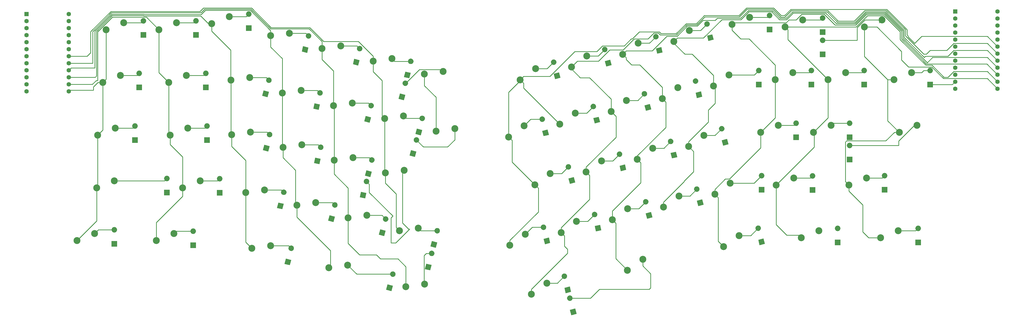
<source format=gbr>
%TF.GenerationSoftware,KiCad,Pcbnew,(5.1.7)-1*%
%TF.CreationDate,2021-08-08T11:48:14+10:00*%
%TF.ProjectId,ume,756d652e-6b69-4636-9164-5f7063625858,rev?*%
%TF.SameCoordinates,Original*%
%TF.FileFunction,Copper,L1,Top*%
%TF.FilePolarity,Positive*%
%FSLAX46Y46*%
G04 Gerber Fmt 4.6, Leading zero omitted, Abs format (unit mm)*
G04 Created by KiCad (PCBNEW (5.1.7)-1) date 2021-08-08 11:48:14*
%MOMM*%
%LPD*%
G01*
G04 APERTURE LIST*
%TA.AperFunction,ComponentPad*%
%ADD10C,1.600000*%
%TD*%
%TA.AperFunction,ComponentPad*%
%ADD11R,1.600000X1.600000*%
%TD*%
%TA.AperFunction,ComponentPad*%
%ADD12C,2.500000*%
%TD*%
%TA.AperFunction,ComponentPad*%
%ADD13C,0.100000*%
%TD*%
%TA.AperFunction,ComponentPad*%
%ADD14O,2.000000X2.000000*%
%TD*%
%TA.AperFunction,ComponentPad*%
%ADD15R,2.000000X2.000000*%
%TD*%
%TA.AperFunction,Conductor*%
%ADD16C,0.250000*%
%TD*%
G04 APERTURE END LIST*
D10*
%TO.P,U2,24*%
%TO.N,Net-(U2-Pad24)*%
X388920000Y-95330000D03*
%TO.P,U2,23*%
%TO.N,Net-(U2-Pad23)*%
X388920000Y-97870000D03*
%TO.P,U2,22*%
%TO.N,Net-(U2-Pad22)*%
X388920000Y-100410000D03*
%TO.P,U2,21*%
%TO.N,Net-(U2-Pad21)*%
X388920000Y-102950000D03*
%TO.P,U2,20*%
%TO.N,Net-(U2-Pad20)*%
X388920000Y-105490000D03*
%TO.P,U2,19*%
%TO.N,Net-(SW32-Pad1)*%
X388920000Y-108030000D03*
%TO.P,U2,18*%
%TO.N,Net-(SW37-Pad1)*%
X388920000Y-110570000D03*
%TO.P,U2,17*%
%TO.N,Net-(SW42-Pad1)*%
X388920000Y-113110000D03*
%TO.P,U2,16*%
%TO.N,Net-(SW46-Pad1)*%
X388920000Y-115650000D03*
%TO.P,U2,15*%
%TO.N,Net-(SW50-Pad1)*%
X388920000Y-118190000D03*
%TO.P,U2,14*%
%TO.N,Net-(SW55-Pad1)*%
X388920000Y-120730000D03*
%TO.P,U2,13*%
%TO.N,Net-(SW60-Pad1)*%
X388920000Y-123270000D03*
%TO.P,U2,12*%
%TO.N,Net-(D32-Pad1)*%
X373680000Y-123270000D03*
%TO.P,U2,11*%
%TO.N,Net-(D33-Pad1)*%
X373680000Y-120730000D03*
%TO.P,U2,10*%
%TO.N,Net-(D34-Pad1)*%
X373680000Y-118190000D03*
%TO.P,U2,9*%
%TO.N,Net-(D35-Pad1)*%
X373680000Y-115650000D03*
%TO.P,U2,8*%
%TO.N,Net-(D36-Pad1)*%
X373680000Y-113110000D03*
%TO.P,U2,7*%
%TO.N,Net-(U2-Pad7)*%
X373680000Y-110570000D03*
%TO.P,U2,6*%
%TO.N,Net-(U2-Pad6)*%
X373680000Y-108030000D03*
%TO.P,U2,5*%
%TO.N,Net-(U2-Pad5)*%
X373680000Y-105490000D03*
%TO.P,U2,4*%
%TO.N,Net-(U2-Pad4)*%
X373680000Y-102950000D03*
%TO.P,U2,3*%
%TO.N,Net-(U2-Pad3)*%
X373680000Y-100410000D03*
%TO.P,U2,2*%
%TO.N,Net-(U2-Pad2)*%
X373680000Y-97870000D03*
D11*
%TO.P,U2,1*%
%TO.N,Net-(U2-Pad1)*%
X373680000Y-95330000D03*
%TD*%
D12*
%TO.P,SW61,2*%
%TO.N,Net-(D61-Pad2)*%
X357940000Y-117470000D03*
%TO.P,SW61,1*%
%TO.N,Net-(SW60-Pad1)*%
X351590000Y-120010000D03*
%TD*%
%TO.P,SW16,2*%
%TO.N,Net-(D16-Pad2)*%
X133512813Y-103191952D03*
%TO.P,SW16,1*%
%TO.N,Net-(SW16-Pad1)*%
X126736954Y-104120299D03*
%TD*%
%TO.P,SW1,2*%
%TO.N,Net-(D1-Pad2)*%
X73740000Y-99420000D03*
%TO.P,SW1,1*%
%TO.N,Net-(SW1-Pad1)*%
X67390000Y-101960000D03*
%TD*%
%TO.P,SW65,2*%
%TO.N,Net-(D65-Pad2)*%
X260975815Y-184922343D03*
%TO.P,SW65,1*%
%TO.N,Net-(SW42-Pad1)*%
X255428919Y-188923098D03*
%TD*%
%TO.P,SW59,2*%
%TO.N,Net-(D59-Pad2)*%
X324510000Y-174620000D03*
%TO.P,SW59,1*%
%TO.N,Net-(SW55-Pad1)*%
X318160000Y-177160000D03*
%TD*%
%TO.P,SW64,2*%
%TO.N,Net-(D64-Pad2)*%
X353090000Y-174620000D03*
%TO.P,SW64,1*%
%TO.N,Net-(SW60-Pad1)*%
X346740000Y-177160000D03*
%TD*%
%TO.P,SW62,2*%
%TO.N,Net-(D62-Pad2)*%
X359840000Y-136520000D03*
%TO.P,SW62,1*%
%TO.N,Net-(SW60-Pad1)*%
X353490000Y-139060000D03*
%TD*%
%TO.P,SW63,2*%
%TO.N,Net-(D63-Pad2)*%
X341640000Y-155570000D03*
%TO.P,SW63,1*%
%TO.N,Net-(SW60-Pad1)*%
X335290000Y-158110000D03*
%TD*%
%TO.P,SW10,2*%
%TO.N,Net-(D10-Pad2)*%
X91840000Y-175620000D03*
%TO.P,SW10,1*%
%TO.N,Net-(SW10-Pad1)*%
X85490000Y-178160000D03*
%TD*%
%TO.P,SW5,2*%
%TO.N,Net-(D5-Pad2)*%
X63240000Y-175620000D03*
%TO.P,SW5,1*%
%TO.N,Net-(SW1-Pad1)*%
X56890000Y-178160000D03*
%TD*%
%TO.P,SW60,2*%
%TO.N,Net-(D60-Pad2)*%
X347240000Y-98420000D03*
%TO.P,SW60,1*%
%TO.N,Net-(SW60-Pad1)*%
X340890000Y-100960000D03*
%TD*%
%TO.P,SW20,2*%
%TO.N,Net-(D20-Pad2)*%
X154460496Y-187025579D03*
%TO.P,SW20,1*%
%TO.N,Net-(SW16-Pad1)*%
X147684637Y-187953926D03*
%TD*%
%TO.P,SW4,2*%
%TO.N,Net-(D4-Pad2)*%
X70340000Y-156570000D03*
%TO.P,SW4,1*%
%TO.N,Net-(SW1-Pad1)*%
X63990000Y-159110000D03*
%TD*%
%TO.P,SW3,2*%
%TO.N,Net-(D3-Pad2)*%
X70640000Y-137520000D03*
%TO.P,SW3,1*%
%TO.N,Net-(SW1-Pad1)*%
X64290000Y-140060000D03*
%TD*%
%TO.P,SW2,2*%
%TO.N,Net-(D2-Pad2)*%
X72540000Y-118470000D03*
%TO.P,SW2,1*%
%TO.N,Net-(SW1-Pad1)*%
X66190000Y-121010000D03*
%TD*%
%TO.P,SW6,2*%
%TO.N,Net-(D6-Pad2)*%
X92790000Y-99420000D03*
%TO.P,SW6,1*%
%TO.N,Net-(SW10-Pad1)*%
X86440000Y-101960000D03*
%TD*%
%TO.P,SW7,2*%
%TO.N,Net-(D7-Pad2)*%
X96340000Y-118470000D03*
%TO.P,SW7,1*%
%TO.N,Net-(SW10-Pad1)*%
X89990000Y-121010000D03*
%TD*%
%TO.P,SW8,2*%
%TO.N,Net-(D8-Pad2)*%
X96840000Y-137520000D03*
%TO.P,SW8,1*%
%TO.N,Net-(SW10-Pad1)*%
X90490000Y-140060000D03*
%TD*%
%TO.P,SW9,2*%
%TO.N,Net-(D9-Pad2)*%
X101290000Y-156570000D03*
%TO.P,SW9,1*%
%TO.N,Net-(SW10-Pad1)*%
X94940000Y-159110000D03*
%TD*%
%TO.P,SW11,2*%
%TO.N,Net-(D11-Pad2)*%
X111840000Y-97220000D03*
%TO.P,SW11,1*%
%TO.N,Net-(SW11-Pad1)*%
X105490000Y-99760000D03*
%TD*%
%TO.P,SW12,2*%
%TO.N,Net-(D12-Pad2)*%
X119201244Y-119256867D03*
%TO.P,SW12,1*%
%TO.N,Net-(SW11-Pad1)*%
X112425385Y-120185214D03*
%TD*%
%TO.P,SW13,2*%
%TO.N,Net-(D13-Pad2)*%
X119444110Y-138950610D03*
%TO.P,SW13,1*%
%TO.N,Net-(SW11-Pad1)*%
X112668251Y-139878957D03*
%TD*%
%TO.P,SW14,2*%
%TO.N,Net-(D14-Pad2)*%
X124489941Y-159841866D03*
%TO.P,SW14,1*%
%TO.N,Net-(SW11-Pad1)*%
X117714082Y-160770213D03*
%TD*%
%TO.P,SW15,2*%
%TO.N,Net-(D15-Pad2)*%
X126673399Y-180019453D03*
%TO.P,SW15,1*%
%TO.N,Net-(SW11-Pad1)*%
X119897540Y-180947800D03*
%TD*%
%TO.P,SW17,2*%
%TO.N,Net-(D17-Pad2)*%
X137685377Y-123865479D03*
%TO.P,SW17,1*%
%TO.N,Net-(SW16-Pad1)*%
X130909518Y-124793826D03*
%TD*%
%TO.P,SW18,2*%
%TO.N,Net-(D18-Pad2)*%
X137928244Y-143559222D03*
%TO.P,SW18,1*%
%TO.N,Net-(SW16-Pad1)*%
X131152385Y-144487569D03*
%TD*%
%TO.P,SW19,2*%
%TO.N,Net-(D19-Pad2)*%
X142974074Y-164450478D03*
%TO.P,SW19,1*%
%TO.N,Net-(SW16-Pad1)*%
X136198215Y-165378825D03*
%TD*%
%TO.P,SW21,2*%
%TO.N,Net-(D21-Pad2)*%
X151996947Y-107800564D03*
%TO.P,SW21,1*%
%TO.N,Net-(SW21-Pad1)*%
X145221088Y-108728911D03*
%TD*%
%TO.P,SW22,2*%
%TO.N,Net-(D22-Pad2)*%
X156169511Y-128474091D03*
%TO.P,SW22,1*%
%TO.N,Net-(SW21-Pad1)*%
X149393652Y-129402438D03*
%TD*%
%TO.P,SW23,2*%
%TO.N,Net-(D23-Pad2)*%
X156412378Y-148167834D03*
%TO.P,SW23,1*%
%TO.N,Net-(SW21-Pad1)*%
X149636519Y-149096181D03*
%TD*%
%TO.P,SW24,2*%
%TO.N,Net-(D24-Pad2)*%
X161458208Y-169059090D03*
%TO.P,SW24,1*%
%TO.N,Net-(SW21-Pad1)*%
X154682349Y-169987437D03*
%TD*%
%TO.P,SW25,2*%
%TO.N,Net-(D25-Pad2)*%
X182247594Y-193931704D03*
%TO.P,SW25,1*%
%TO.N,Net-(SW21-Pad1)*%
X175471735Y-194860051D03*
%TD*%
%TO.P,SW26,2*%
%TO.N,Net-(D26-Pad2)*%
X170481080Y-112409176D03*
%TO.P,SW26,1*%
%TO.N,Net-(SW26-Pad1)*%
X163705221Y-113337523D03*
%TD*%
%TO.P,SW27,2*%
%TO.N,Net-(D27-Pad2)*%
X174653645Y-133082703D03*
%TO.P,SW27,1*%
%TO.N,Net-(SW26-Pad1)*%
X167877786Y-134011050D03*
%TD*%
%TO.P,SW28,2*%
%TO.N,Net-(D28-Pad2)*%
X174896511Y-152776446D03*
%TO.P,SW28,1*%
%TO.N,Net-(SW26-Pad1)*%
X168120652Y-153704793D03*
%TD*%
%TO.P,SW29,2*%
%TO.N,Net-(D29-Pad2)*%
X179942342Y-173667703D03*
%TO.P,SW29,1*%
%TO.N,Net-(SW26-Pad1)*%
X173166483Y-174596050D03*
%TD*%
%TO.P,SW30,2*%
%TO.N,Net-(D30-Pad2)*%
X188965214Y-117017788D03*
%TO.P,SW30,1*%
%TO.N,Net-(SW30-Pad1)*%
X182189355Y-117946135D03*
%TD*%
%TO.P,SW31,2*%
%TO.N,Net-(D31-Pad2)*%
X193137778Y-137691315D03*
%TO.P,SW31,1*%
%TO.N,Net-(SW30-Pad1)*%
X186361919Y-138619662D03*
%TD*%
%TO.P,SW32,2*%
%TO.N,Net-(D32-Pad2)*%
X222283070Y-116037831D03*
%TO.P,SW32,1*%
%TO.N,Net-(SW32-Pad1)*%
X216736174Y-120038586D03*
%TD*%
%TO.P,SW33,2*%
%TO.N,Net-(D33-Pad2)*%
X218110506Y-136711358D03*
%TO.P,SW33,1*%
%TO.N,Net-(SW32-Pad1)*%
X212563610Y-140712113D03*
%TD*%
%TO.P,SW34,2*%
%TO.N,Net-(D34-Pad2)*%
X236594639Y-132102746D03*
%TO.P,SW34,1*%
%TO.N,Net-(SW32-Pad1)*%
X231047743Y-136103501D03*
%TD*%
%TO.P,SW35,2*%
%TO.N,Net-(D35-Pad2)*%
X227570596Y-153985882D03*
%TO.P,SW35,1*%
%TO.N,Net-(SW32-Pad1)*%
X222023700Y-157986637D03*
%TD*%
%TO.P,SW36,2*%
%TO.N,Net-(D36-Pad2)*%
X218546553Y-175869018D03*
%TO.P,SW36,1*%
%TO.N,Net-(SW32-Pad1)*%
X212999657Y-179869773D03*
%TD*%
%TO.P,SW37,2*%
%TO.N,Net-(D37-Pad2)*%
X240767203Y-111429219D03*
%TO.P,SW37,1*%
%TO.N,Net-(SW37-Pad1)*%
X235220307Y-115429974D03*
%TD*%
%TO.P,SW38,2*%
%TO.N,Net-(D38-Pad2)*%
X255078773Y-127494133D03*
%TO.P,SW38,1*%
%TO.N,Net-(SW37-Pad1)*%
X249531877Y-131494888D03*
%TD*%
%TO.P,SW39,2*%
%TO.N,Net-(D39-Pad2)*%
X246054730Y-149377270D03*
%TO.P,SW39,1*%
%TO.N,Net-(SW37-Pad1)*%
X240507834Y-153378025D03*
%TD*%
%TO.P,SW40,2*%
%TO.N,Net-(D40-Pad2)*%
X237030687Y-171260406D03*
%TO.P,SW40,1*%
%TO.N,Net-(SW37-Pad1)*%
X231483791Y-175261161D03*
%TD*%
%TO.P,SW41,2*%
%TO.N,Net-(D41-Pad2)*%
X226321974Y-193562516D03*
%TO.P,SW41,1*%
%TO.N,Net-(SW37-Pad1)*%
X220775078Y-197563271D03*
%TD*%
%TO.P,SW42,2*%
%TO.N,Net-(D43-Pad2)*%
X259251337Y-106820607D03*
%TO.P,SW42,1*%
%TO.N,Net-(SW42-Pad1)*%
X253704441Y-110821362D03*
%TD*%
%TO.P,SW43,2*%
%TO.N,Net-(D44-Pad2)*%
X273562906Y-122885521D03*
%TO.P,SW43,1*%
%TO.N,Net-(SW42-Pad1)*%
X268016010Y-126886276D03*
%TD*%
%TO.P,SW44,2*%
%TO.N,Net-(D45-Pad2)*%
X264538863Y-144768658D03*
%TO.P,SW44,1*%
%TO.N,Net-(SW42-Pad1)*%
X258991967Y-148769413D03*
%TD*%
%TO.P,SW45,2*%
%TO.N,Net-(D42-Pad2)*%
X255514821Y-166651794D03*
%TO.P,SW45,1*%
%TO.N,Net-(SW42-Pad1)*%
X249967925Y-170652549D03*
%TD*%
%TO.P,SW46,2*%
%TO.N,Net-(D46-Pad2)*%
X277735470Y-102211995D03*
%TO.P,SW46,1*%
%TO.N,Net-(SW46-Pad1)*%
X272188574Y-106212750D03*
%TD*%
%TO.P,SW47,2*%
%TO.N,Net-(D47-Pad2)*%
X292047040Y-118276909D03*
%TO.P,SW47,1*%
%TO.N,Net-(SW46-Pad1)*%
X286500144Y-122277664D03*
%TD*%
%TO.P,SW48,2*%
%TO.N,Net-(D48-Pad2)*%
X283022997Y-140160045D03*
%TO.P,SW48,1*%
%TO.N,Net-(SW46-Pad1)*%
X277476101Y-144160800D03*
%TD*%
%TO.P,SW49,2*%
%TO.N,Net-(D49-Pad2)*%
X273998954Y-162043182D03*
%TO.P,SW49,1*%
%TO.N,Net-(SW46-Pad1)*%
X268452058Y-166043937D03*
%TD*%
%TO.P,SW50,2*%
%TO.N,Net-(D50-Pad2)*%
X299537490Y-97457231D03*
%TO.P,SW50,1*%
%TO.N,Net-(SW50-Pad1)*%
X293187490Y-99997231D03*
%TD*%
%TO.P,SW51,2*%
%TO.N,Net-(D51-Pad2)*%
X315090000Y-117470000D03*
%TO.P,SW51,1*%
%TO.N,Net-(SW50-Pad1)*%
X308740000Y-120010000D03*
%TD*%
%TO.P,SW52,2*%
%TO.N,Net-(D52-Pad2)*%
X309840000Y-136520000D03*
%TO.P,SW52,1*%
%TO.N,Net-(SW50-Pad1)*%
X303490000Y-139060000D03*
%TD*%
%TO.P,SW53,2*%
%TO.N,Net-(D53-Pad2)*%
X292483088Y-157434570D03*
%TO.P,SW53,1*%
%TO.N,Net-(SW50-Pad1)*%
X286936192Y-161435325D03*
%TD*%
%TO.P,SW54,2*%
%TO.N,Net-(D54-Pad2)*%
X295658941Y-176347785D03*
%TO.P,SW54,1*%
%TO.N,Net-(SW50-Pad1)*%
X290112045Y-180348540D03*
%TD*%
%TO.P,SW55,2*%
%TO.N,Net-(D55-Pad2)*%
X318640000Y-98420000D03*
%TO.P,SW55,1*%
%TO.N,Net-(SW55-Pad1)*%
X312290000Y-100960000D03*
%TD*%
%TO.P,SW56,2*%
%TO.N,Net-(D56-Pad2)*%
X334140000Y-117470000D03*
%TO.P,SW56,1*%
%TO.N,Net-(SW55-Pad1)*%
X327790000Y-120010000D03*
%TD*%
%TO.P,SW57,2*%
%TO.N,Net-(D57-Pad2)*%
X328890000Y-136520000D03*
%TO.P,SW57,1*%
%TO.N,Net-(SW55-Pad1)*%
X322540000Y-139060000D03*
%TD*%
%TO.P,SW58,2*%
%TO.N,Net-(D58-Pad2)*%
X315440000Y-155570000D03*
%TO.P,SW58,1*%
%TO.N,Net-(SW55-Pad1)*%
X309090000Y-158110000D03*
%TD*%
%TO.P,D65,2*%
%TO.N,Net-(D65-Pad2)*%
%TA.AperFunction,ComponentPad*%
G36*
G01*
X234884594Y-199962405D02*
X234884594Y-199962405D01*
G75*
G02*
X233672376Y-199234031I-241922J970296D01*
G01*
X233672376Y-199234031D01*
G75*
G02*
X234400750Y-198021813I970296J241922D01*
G01*
X234400750Y-198021813D01*
G75*
G02*
X235612968Y-198750187I241922J-970296D01*
G01*
X235612968Y-198750187D01*
G75*
G02*
X234884594Y-199962405I-970296J-241922D01*
G01*
G37*
%TD.AperFunction*%
%TA.AperFunction,ComponentPad*%
D13*
%TO.P,D65,1*%
%TO.N,Net-(D36-Pad1)*%
G36*
X237083853Y-204649585D02*
G01*
X235143261Y-205133429D01*
X234659417Y-203192837D01*
X236600009Y-202708993D01*
X237083853Y-204649585D01*
G37*
%TD.AperFunction*%
%TD*%
D11*
%TO.P,U1,1*%
%TO.N,Net-(U1-Pad1)*%
X38680000Y-96330000D03*
D10*
%TO.P,U1,2*%
%TO.N,Net-(U1-Pad2)*%
X38680000Y-98870000D03*
%TO.P,U1,3*%
%TO.N,Net-(U1-Pad3)*%
X38680000Y-101410000D03*
%TO.P,U1,4*%
%TO.N,Net-(U1-Pad4)*%
X38680000Y-103950000D03*
%TO.P,U1,5*%
%TO.N,Net-(U1-Pad5)*%
X38680000Y-106490000D03*
%TO.P,U1,6*%
%TO.N,Net-(U1-Pad6)*%
X38680000Y-109030000D03*
%TO.P,U1,7*%
%TO.N,Net-(U1-Pad7)*%
X38680000Y-111570000D03*
%TO.P,U1,8*%
%TO.N,Net-(D10-Pad1)*%
X38680000Y-114110000D03*
%TO.P,U1,9*%
%TO.N,Net-(D14-Pad1)*%
X38680000Y-116650000D03*
%TO.P,U1,10*%
%TO.N,Net-(D13-Pad1)*%
X38680000Y-119190000D03*
%TO.P,U1,11*%
%TO.N,Net-(D12-Pad1)*%
X38680000Y-121730000D03*
%TO.P,U1,12*%
%TO.N,Net-(D1-Pad1)*%
X38680000Y-124270000D03*
%TO.P,U1,13*%
%TO.N,Net-(SW1-Pad1)*%
X53920000Y-124270000D03*
%TO.P,U1,14*%
%TO.N,Net-(SW10-Pad1)*%
X53920000Y-121730000D03*
%TO.P,U1,15*%
%TO.N,Net-(SW11-Pad1)*%
X53920000Y-119190000D03*
%TO.P,U1,16*%
%TO.N,Net-(SW16-Pad1)*%
X53920000Y-116650000D03*
%TO.P,U1,17*%
%TO.N,Net-(SW21-Pad1)*%
X53920000Y-114110000D03*
%TO.P,U1,18*%
%TO.N,Net-(SW26-Pad1)*%
X53920000Y-111570000D03*
%TO.P,U1,19*%
%TO.N,Net-(SW30-Pad1)*%
X53920000Y-109030000D03*
%TO.P,U1,20*%
%TO.N,Net-(U1-Pad20)*%
X53920000Y-106490000D03*
%TO.P,U1,21*%
%TO.N,Net-(U1-Pad21)*%
X53920000Y-103950000D03*
%TO.P,U1,22*%
%TO.N,Net-(U1-Pad22)*%
X53920000Y-101410000D03*
%TO.P,U1,23*%
%TO.N,Net-(U1-Pad23)*%
X53920000Y-98870000D03*
%TO.P,U1,24*%
%TO.N,Net-(U1-Pad24)*%
X53920000Y-96330000D03*
%TD*%
D14*
%TO.P,D64,2*%
%TO.N,Net-(D64-Pad2)*%
X360300000Y-173720000D03*
D15*
%TO.P,D64,1*%
%TO.N,Net-(D36-Pad1)*%
X360300000Y-178800000D03*
%TD*%
D14*
%TO.P,D63,2*%
%TO.N,Net-(D63-Pad2)*%
X348200000Y-154720000D03*
D15*
%TO.P,D63,1*%
%TO.N,Net-(D35-Pad1)*%
X348200000Y-159800000D03*
%TD*%
D14*
%TO.P,D62,2*%
%TO.N,Net-(D62-Pad2)*%
X335600000Y-143800000D03*
D15*
%TO.P,D62,1*%
%TO.N,Net-(D34-Pad1)*%
X335600000Y-148880000D03*
%TD*%
D14*
%TO.P,D61,2*%
%TO.N,Net-(D61-Pad2)*%
X364600000Y-116720000D03*
D15*
%TO.P,D61,1*%
%TO.N,Net-(D33-Pad1)*%
X364600000Y-121800000D03*
%TD*%
D14*
%TO.P,D60,2*%
%TO.N,Net-(D60-Pad2)*%
X325800000Y-105800000D03*
D15*
%TO.P,D60,1*%
%TO.N,Net-(D32-Pad1)*%
X325800000Y-110880000D03*
%TD*%
D14*
%TO.P,D59,2*%
%TO.N,Net-(D59-Pad2)*%
X331300000Y-173720000D03*
D15*
%TO.P,D59,1*%
%TO.N,Net-(D36-Pad1)*%
X331300000Y-178800000D03*
%TD*%
D14*
%TO.P,D58,2*%
%TO.N,Net-(D58-Pad2)*%
X322200000Y-154800000D03*
D15*
%TO.P,D58,1*%
%TO.N,Net-(D35-Pad1)*%
X322200000Y-159880000D03*
%TD*%
D14*
%TO.P,D57,2*%
%TO.N,Net-(D57-Pad2)*%
X335600000Y-135720000D03*
D15*
%TO.P,D57,1*%
%TO.N,Net-(D34-Pad1)*%
X335600000Y-140800000D03*
%TD*%
D14*
%TO.P,D56,2*%
%TO.N,Net-(D56-Pad2)*%
X340800000Y-116720000D03*
D15*
%TO.P,D56,1*%
%TO.N,Net-(D33-Pad1)*%
X340800000Y-121800000D03*
%TD*%
D14*
%TO.P,D55,2*%
%TO.N,Net-(D55-Pad2)*%
X325800000Y-97720000D03*
D15*
%TO.P,D55,1*%
%TO.N,Net-(D32-Pad1)*%
X325800000Y-102800000D03*
%TD*%
%TO.P,D54,2*%
%TO.N,Net-(D54-Pad2)*%
%TA.AperFunction,ComponentPad*%
G36*
G01*
X302824511Y-174664271D02*
X302824511Y-174664271D01*
G75*
G02*
X301612293Y-173935897I-241922J970296D01*
G01*
X301612293Y-173935897D01*
G75*
G02*
X302340667Y-172723679I970296J241922D01*
G01*
X302340667Y-172723679D01*
G75*
G02*
X303552885Y-173452053I241922J-970296D01*
G01*
X303552885Y-173452053D01*
G75*
G02*
X302824511Y-174664271I-970296J-241922D01*
G01*
G37*
%TD.AperFunction*%
%TA.AperFunction,ComponentPad*%
D13*
%TO.P,D54,1*%
%TO.N,Net-(D36-Pad1)*%
G36*
X305023770Y-179351451D02*
G01*
X303083178Y-179835295D01*
X302599334Y-177894703D01*
X304539926Y-177410859D01*
X305023770Y-179351451D01*
G37*
%TD.AperFunction*%
%TD*%
D14*
%TO.P,D53,2*%
%TO.N,Net-(D53-Pad2)*%
X303800000Y-154720000D03*
D15*
%TO.P,D53,1*%
%TO.N,Net-(D35-Pad1)*%
X303800000Y-159800000D03*
%TD*%
D14*
%TO.P,D52,2*%
%TO.N,Net-(D52-Pad2)*%
X316300000Y-135720000D03*
D15*
%TO.P,D52,1*%
%TO.N,Net-(D34-Pad1)*%
X316300000Y-140800000D03*
%TD*%
D14*
%TO.P,D51,2*%
%TO.N,Net-(D51-Pad2)*%
X321800000Y-116720000D03*
D15*
%TO.P,D51,1*%
%TO.N,Net-(D33-Pad1)*%
X321800000Y-121800000D03*
%TD*%
D14*
%TO.P,D50,2*%
%TO.N,Net-(D50-Pad2)*%
X306747490Y-96757230D03*
D15*
%TO.P,D50,1*%
%TO.N,Net-(D32-Pad1)*%
X306747490Y-101837230D03*
%TD*%
%TO.P,D49,2*%
%TO.N,Net-(D49-Pad2)*%
%TA.AperFunction,ComponentPad*%
G36*
G01*
X280691471Y-160529143D02*
X280691471Y-160529143D01*
G75*
G02*
X279479253Y-159800769I-241922J970296D01*
G01*
X279479253Y-159800769D01*
G75*
G02*
X280207627Y-158588551I970296J241922D01*
G01*
X280207627Y-158588551D01*
G75*
G02*
X281419845Y-159316925I241922J-970296D01*
G01*
X281419845Y-159316925D01*
G75*
G02*
X280691471Y-160529143I-970296J-241922D01*
G01*
G37*
%TD.AperFunction*%
%TA.AperFunction,ComponentPad*%
D13*
%TO.P,D49,1*%
%TO.N,Net-(D35-Pad1)*%
G36*
X282890730Y-165216323D02*
G01*
X280950138Y-165700167D01*
X280466294Y-163759575D01*
X282406886Y-163275731D01*
X282890730Y-165216323D01*
G37*
%TD.AperFunction*%
%TD*%
%TO.P,D48,2*%
%TO.N,Net-(D48-Pad2)*%
%TA.AperFunction,ComponentPad*%
G36*
G01*
X289679096Y-138706617D02*
X289679096Y-138706617D01*
G75*
G02*
X288466878Y-137978243I-241922J970296D01*
G01*
X288466878Y-137978243D01*
G75*
G02*
X289195252Y-136766025I970296J241922D01*
G01*
X289195252Y-136766025D01*
G75*
G02*
X290407470Y-137494399I241922J-970296D01*
G01*
X290407470Y-137494399D01*
G75*
G02*
X289679096Y-138706617I-970296J-241922D01*
G01*
G37*
%TD.AperFunction*%
%TA.AperFunction,ComponentPad*%
%TO.P,D48,1*%
%TO.N,Net-(D34-Pad1)*%
G36*
X291878355Y-143393797D02*
G01*
X289937763Y-143877641D01*
X289453919Y-141937049D01*
X291394511Y-141453205D01*
X291878355Y-143393797D01*
G37*
%TD.AperFunction*%
%TD*%
D14*
%TO.P,D47,2*%
%TO.N,Net-(D47-Pad2)*%
X302800000Y-116720000D03*
D15*
%TO.P,D47,1*%
%TO.N,Net-(D33-Pad1)*%
X302800000Y-121800000D03*
%TD*%
%TO.P,D46,2*%
%TO.N,Net-(D46-Pad2)*%
%TA.AperFunction,ComponentPad*%
G36*
G01*
X284367246Y-100867692D02*
X284367246Y-100867692D01*
G75*
G02*
X283155028Y-100139318I-241922J970296D01*
G01*
X283155028Y-100139318D01*
G75*
G02*
X283883402Y-98927100I970296J241922D01*
G01*
X283883402Y-98927100D01*
G75*
G02*
X285095620Y-99655474I241922J-970296D01*
G01*
X285095620Y-99655474D01*
G75*
G02*
X284367246Y-100867692I-970296J-241922D01*
G01*
G37*
%TD.AperFunction*%
%TA.AperFunction,ComponentPad*%
D13*
%TO.P,D46,1*%
%TO.N,Net-(D32-Pad1)*%
G36*
X286566505Y-105554872D02*
G01*
X284625913Y-106038716D01*
X284142069Y-104098124D01*
X286082661Y-103614280D01*
X286566505Y-105554872D01*
G37*
%TD.AperFunction*%
%TD*%
%TO.P,D45,2*%
%TO.N,Net-(D45-Pad2)*%
%TA.AperFunction,ComponentPad*%
G36*
G01*
X271243477Y-143303133D02*
X271243477Y-143303133D01*
G75*
G02*
X270031259Y-142574759I-241922J970296D01*
G01*
X270031259Y-142574759D01*
G75*
G02*
X270759633Y-141362541I970296J241922D01*
G01*
X270759633Y-141362541D01*
G75*
G02*
X271971851Y-142090915I241922J-970296D01*
G01*
X271971851Y-142090915D01*
G75*
G02*
X271243477Y-143303133I-970296J-241922D01*
G01*
G37*
%TD.AperFunction*%
%TA.AperFunction,ComponentPad*%
%TO.P,D45,1*%
%TO.N,Net-(D34-Pad1)*%
G36*
X273442736Y-147990313D02*
G01*
X271502144Y-148474157D01*
X271018300Y-146533565D01*
X272958892Y-146049721D01*
X273442736Y-147990313D01*
G37*
%TD.AperFunction*%
%TD*%
%TO.P,D44,2*%
%TO.N,Net-(D44-Pad2)*%
%TA.AperFunction,ComponentPad*%
G36*
G01*
X280231101Y-121480608D02*
X280231101Y-121480608D01*
G75*
G02*
X279018883Y-120752234I-241922J970296D01*
G01*
X279018883Y-120752234D01*
G75*
G02*
X279747257Y-119540016I970296J241922D01*
G01*
X279747257Y-119540016D01*
G75*
G02*
X280959475Y-120268390I241922J-970296D01*
G01*
X280959475Y-120268390D01*
G75*
G02*
X280231101Y-121480608I-970296J-241922D01*
G01*
G37*
%TD.AperFunction*%
%TA.AperFunction,ComponentPad*%
%TO.P,D44,1*%
%TO.N,Net-(D33-Pad1)*%
G36*
X282430360Y-126167788D02*
G01*
X280489768Y-126651632D01*
X280005924Y-124711040D01*
X281946516Y-124227196D01*
X282430360Y-126167788D01*
G37*
%TD.AperFunction*%
%TD*%
%TO.P,D43,2*%
%TO.N,Net-(D43-Pad2)*%
%TA.AperFunction,ComponentPad*%
G36*
G01*
X265931628Y-105464208D02*
X265931628Y-105464208D01*
G75*
G02*
X264719410Y-104735834I-241922J970296D01*
G01*
X264719410Y-104735834D01*
G75*
G02*
X265447784Y-103523616I970296J241922D01*
G01*
X265447784Y-103523616D01*
G75*
G02*
X266660002Y-104251990I241922J-970296D01*
G01*
X266660002Y-104251990D01*
G75*
G02*
X265931628Y-105464208I-970296J-241922D01*
G01*
G37*
%TD.AperFunction*%
%TA.AperFunction,ComponentPad*%
%TO.P,D43,1*%
%TO.N,Net-(D32-Pad1)*%
G36*
X268130887Y-110151388D02*
G01*
X266190295Y-110635232D01*
X265706451Y-108694640D01*
X267647043Y-108210796D01*
X268130887Y-110151388D01*
G37*
%TD.AperFunction*%
%TD*%
%TO.P,D42,2*%
%TO.N,Net-(D42-Pad2)*%
%TA.AperFunction,ComponentPad*%
G36*
G01*
X262255853Y-165125659D02*
X262255853Y-165125659D01*
G75*
G02*
X261043635Y-164397285I-241922J970296D01*
G01*
X261043635Y-164397285D01*
G75*
G02*
X261772009Y-163185067I970296J241922D01*
G01*
X261772009Y-163185067D01*
G75*
G02*
X262984227Y-163913441I241922J-970296D01*
G01*
X262984227Y-163913441D01*
G75*
G02*
X262255853Y-165125659I-970296J-241922D01*
G01*
G37*
%TD.AperFunction*%
%TA.AperFunction,ComponentPad*%
%TO.P,D42,1*%
%TO.N,Net-(D35-Pad1)*%
G36*
X264455112Y-169812839D02*
G01*
X262514520Y-170296683D01*
X262030676Y-168356091D01*
X263971268Y-167872247D01*
X264455112Y-169812839D01*
G37*
%TD.AperFunction*%
%TD*%
%TO.P,D41,2*%
%TO.N,Net-(D41-Pad2)*%
%TA.AperFunction,ComponentPad*%
G36*
G01*
X232905366Y-192024155D02*
X232905366Y-192024155D01*
G75*
G02*
X231693148Y-191295781I-241922J970296D01*
G01*
X231693148Y-191295781D01*
G75*
G02*
X232421522Y-190083563I970296J241922D01*
G01*
X232421522Y-190083563D01*
G75*
G02*
X233633740Y-190811937I241922J-970296D01*
G01*
X233633740Y-190811937D01*
G75*
G02*
X232905366Y-192024155I-970296J-241922D01*
G01*
G37*
%TD.AperFunction*%
%TA.AperFunction,ComponentPad*%
%TO.P,D41,1*%
%TO.N,Net-(D36-Pad1)*%
G36*
X235104625Y-196711335D02*
G01*
X233164033Y-197195179D01*
X232680189Y-195254587D01*
X234620781Y-194770743D01*
X235104625Y-196711335D01*
G37*
%TD.AperFunction*%
%TD*%
%TO.P,D40,2*%
%TO.N,Net-(D40-Pad2)*%
%TA.AperFunction,ComponentPad*%
G36*
G01*
X243820234Y-169722175D02*
X243820234Y-169722175D01*
G75*
G02*
X242608016Y-168993801I-241922J970296D01*
G01*
X242608016Y-168993801D01*
G75*
G02*
X243336390Y-167781583I970296J241922D01*
G01*
X243336390Y-167781583D01*
G75*
G02*
X244548608Y-168509957I241922J-970296D01*
G01*
X244548608Y-168509957D01*
G75*
G02*
X243820234Y-169722175I-970296J-241922D01*
G01*
G37*
%TD.AperFunction*%
%TA.AperFunction,ComponentPad*%
%TO.P,D40,1*%
%TO.N,Net-(D35-Pad1)*%
G36*
X246019493Y-174409355D02*
G01*
X244078901Y-174893199D01*
X243595057Y-172952607D01*
X245535649Y-172468763D01*
X246019493Y-174409355D01*
G37*
%TD.AperFunction*%
%TD*%
%TO.P,D39,2*%
%TO.N,Net-(D39-Pad2)*%
%TA.AperFunction,ComponentPad*%
G36*
G01*
X252807858Y-147899649D02*
X252807858Y-147899649D01*
G75*
G02*
X251595640Y-147171275I-241922J970296D01*
G01*
X251595640Y-147171275D01*
G75*
G02*
X252324014Y-145959057I970296J241922D01*
G01*
X252324014Y-145959057D01*
G75*
G02*
X253536232Y-146687431I241922J-970296D01*
G01*
X253536232Y-146687431D01*
G75*
G02*
X252807858Y-147899649I-970296J-241922D01*
G01*
G37*
%TD.AperFunction*%
%TA.AperFunction,ComponentPad*%
%TO.P,D39,1*%
%TO.N,Net-(D34-Pad1)*%
G36*
X255007117Y-152586829D02*
G01*
X253066525Y-153070673D01*
X252582681Y-151130081D01*
X254523273Y-150646237D01*
X255007117Y-152586829D01*
G37*
%TD.AperFunction*%
%TD*%
%TO.P,D38,2*%
%TO.N,Net-(D38-Pad2)*%
%TA.AperFunction,ComponentPad*%
G36*
G01*
X261795482Y-126077124D02*
X261795482Y-126077124D01*
G75*
G02*
X260583264Y-125348750I-241922J970296D01*
G01*
X260583264Y-125348750D01*
G75*
G02*
X261311638Y-124136532I970296J241922D01*
G01*
X261311638Y-124136532D01*
G75*
G02*
X262523856Y-124864906I241922J-970296D01*
G01*
X262523856Y-124864906D01*
G75*
G02*
X261795482Y-126077124I-970296J-241922D01*
G01*
G37*
%TD.AperFunction*%
%TA.AperFunction,ComponentPad*%
%TO.P,D38,1*%
%TO.N,Net-(D33-Pad1)*%
G36*
X263994741Y-130764304D02*
G01*
X262054149Y-131248148D01*
X261570305Y-129307556D01*
X263510897Y-128823712D01*
X263994741Y-130764304D01*
G37*
%TD.AperFunction*%
%TD*%
%TO.P,D37,2*%
%TO.N,Net-(D37-Pad2)*%
%TA.AperFunction,ComponentPad*%
G36*
G01*
X247496009Y-110060724D02*
X247496009Y-110060724D01*
G75*
G02*
X246283791Y-109332350I-241922J970296D01*
G01*
X246283791Y-109332350D01*
G75*
G02*
X247012165Y-108120132I970296J241922D01*
G01*
X247012165Y-108120132D01*
G75*
G02*
X248224383Y-108848506I241922J-970296D01*
G01*
X248224383Y-108848506D01*
G75*
G02*
X247496009Y-110060724I-970296J-241922D01*
G01*
G37*
%TD.AperFunction*%
%TA.AperFunction,ComponentPad*%
%TO.P,D37,1*%
%TO.N,Net-(D32-Pad1)*%
G36*
X249695268Y-114747904D02*
G01*
X247754676Y-115231748D01*
X247270832Y-113291156D01*
X249211424Y-112807312D01*
X249695268Y-114747904D01*
G37*
%TD.AperFunction*%
%TD*%
%TO.P,D36,2*%
%TO.N,Net-(D36-Pad2)*%
%TA.AperFunction,ComponentPad*%
G36*
G01*
X225384615Y-174318691D02*
X225384615Y-174318691D01*
G75*
G02*
X224172397Y-173590317I-241922J970296D01*
G01*
X224172397Y-173590317D01*
G75*
G02*
X224900771Y-172378099I970296J241922D01*
G01*
X224900771Y-172378099D01*
G75*
G02*
X226112989Y-173106473I241922J-970296D01*
G01*
X226112989Y-173106473D01*
G75*
G02*
X225384615Y-174318691I-970296J-241922D01*
G01*
G37*
%TD.AperFunction*%
%TA.AperFunction,ComponentPad*%
%TO.P,D36,1*%
%TO.N,Net-(D36-Pad1)*%
G36*
X227583874Y-179005871D02*
G01*
X225643282Y-179489715D01*
X225159438Y-177549123D01*
X227100030Y-177065279D01*
X227583874Y-179005871D01*
G37*
%TD.AperFunction*%
%TD*%
%TO.P,D35,2*%
%TO.N,Net-(D35-Pad2)*%
%TA.AperFunction,ComponentPad*%
G36*
G01*
X234372239Y-152496165D02*
X234372239Y-152496165D01*
G75*
G02*
X233160021Y-151767791I-241922J970296D01*
G01*
X233160021Y-151767791D01*
G75*
G02*
X233888395Y-150555573I970296J241922D01*
G01*
X233888395Y-150555573D01*
G75*
G02*
X235100613Y-151283947I241922J-970296D01*
G01*
X235100613Y-151283947D01*
G75*
G02*
X234372239Y-152496165I-970296J-241922D01*
G01*
G37*
%TD.AperFunction*%
%TA.AperFunction,ComponentPad*%
%TO.P,D35,1*%
%TO.N,Net-(D35-Pad1)*%
G36*
X236571498Y-157183345D02*
G01*
X234630906Y-157667189D01*
X234147062Y-155726597D01*
X236087654Y-155242753D01*
X236571498Y-157183345D01*
G37*
%TD.AperFunction*%
%TD*%
%TO.P,D34,2*%
%TO.N,Net-(D34-Pad2)*%
%TA.AperFunction,ComponentPad*%
G36*
G01*
X243359863Y-130673640D02*
X243359863Y-130673640D01*
G75*
G02*
X242147645Y-129945266I-241922J970296D01*
G01*
X242147645Y-129945266D01*
G75*
G02*
X242876019Y-128733048I970296J241922D01*
G01*
X242876019Y-128733048D01*
G75*
G02*
X244088237Y-129461422I241922J-970296D01*
G01*
X244088237Y-129461422D01*
G75*
G02*
X243359863Y-130673640I-970296J-241922D01*
G01*
G37*
%TD.AperFunction*%
%TA.AperFunction,ComponentPad*%
%TO.P,D34,1*%
%TO.N,Net-(D34-Pad1)*%
G36*
X245559122Y-135360820D02*
G01*
X243618530Y-135844664D01*
X243134686Y-133904072D01*
X245075278Y-133420228D01*
X245559122Y-135360820D01*
G37*
%TD.AperFunction*%
%TD*%
%TO.P,D33,2*%
%TO.N,Net-(D33-Pad2)*%
%TA.AperFunction,ComponentPad*%
G36*
G01*
X224924244Y-135270156D02*
X224924244Y-135270156D01*
G75*
G02*
X223712026Y-134541782I-241922J970296D01*
G01*
X223712026Y-134541782D01*
G75*
G02*
X224440400Y-133329564I970296J241922D01*
G01*
X224440400Y-133329564D01*
G75*
G02*
X225652618Y-134057938I241922J-970296D01*
G01*
X225652618Y-134057938D01*
G75*
G02*
X224924244Y-135270156I-970296J-241922D01*
G01*
G37*
%TD.AperFunction*%
%TA.AperFunction,ComponentPad*%
%TO.P,D33,1*%
%TO.N,Net-(D33-Pad1)*%
G36*
X227123503Y-139957336D02*
G01*
X225182911Y-140441180D01*
X224699067Y-138500588D01*
X226639659Y-138016744D01*
X227123503Y-139957336D01*
G37*
%TD.AperFunction*%
%TD*%
%TO.P,D32,2*%
%TO.N,Net-(D32-Pad2)*%
%TA.AperFunction,ComponentPad*%
G36*
G01*
X229060390Y-114657240D02*
X229060390Y-114657240D01*
G75*
G02*
X227848172Y-113928866I-241922J970296D01*
G01*
X227848172Y-113928866D01*
G75*
G02*
X228576546Y-112716648I970296J241922D01*
G01*
X228576546Y-112716648D01*
G75*
G02*
X229788764Y-113445022I241922J-970296D01*
G01*
X229788764Y-113445022D01*
G75*
G02*
X229060390Y-114657240I-970296J-241922D01*
G01*
G37*
%TD.AperFunction*%
%TA.AperFunction,ComponentPad*%
%TO.P,D32,1*%
%TO.N,Net-(D32-Pad1)*%
G36*
X231259649Y-119344420D02*
G01*
X229319057Y-119828264D01*
X228835213Y-117887672D01*
X230775805Y-117403828D01*
X231259649Y-119344420D01*
G37*
%TD.AperFunction*%
%TD*%
%TO.P,D31,2*%
%TO.N,Net-(D31-Pad2)*%
%TA.AperFunction,ComponentPad*%
G36*
G01*
X179058078Y-142770296D02*
X179058078Y-142770296D01*
G75*
G02*
X178329704Y-141558078I241922J970296D01*
G01*
X178329704Y-141558078D01*
G75*
G02*
X179541922Y-140829704I970296J-241922D01*
G01*
X179541922Y-140829704D01*
G75*
G02*
X180270296Y-142041922I-241922J-970296D01*
G01*
X180270296Y-142041922D01*
G75*
G02*
X179058078Y-142770296I-970296J241922D01*
G01*
G37*
%TD.AperFunction*%
%TA.AperFunction,ComponentPad*%
%TO.P,D31,1*%
%TO.N,Net-(D12-Pad1)*%
G36*
X178799411Y-147941320D02*
G01*
X176858819Y-147457476D01*
X177342663Y-145516884D01*
X179283255Y-146000728D01*
X178799411Y-147941320D01*
G37*
%TD.AperFunction*%
%TD*%
%TO.P,D30,2*%
%TO.N,Net-(D30-Pad2)*%
%TA.AperFunction,ComponentPad*%
G36*
G01*
X175058078Y-122270296D02*
X175058078Y-122270296D01*
G75*
G02*
X174329704Y-121058078I241922J970296D01*
G01*
X174329704Y-121058078D01*
G75*
G02*
X175541922Y-120329704I970296J-241922D01*
G01*
X175541922Y-120329704D01*
G75*
G02*
X176270296Y-121541922I-241922J-970296D01*
G01*
X176270296Y-121541922D01*
G75*
G02*
X175058078Y-122270296I-970296J241922D01*
G01*
G37*
%TD.AperFunction*%
%TA.AperFunction,ComponentPad*%
%TO.P,D30,1*%
%TO.N,Net-(D1-Pad1)*%
G36*
X174799411Y-127441320D02*
G01*
X172858819Y-126957476D01*
X173342663Y-125016884D01*
X175283255Y-125500728D01*
X174799411Y-127441320D01*
G37*
%TD.AperFunction*%
%TD*%
%TO.P,D29,2*%
%TO.N,Net-(D29-Pad2)*%
%TA.AperFunction,ComponentPad*%
G36*
G01*
X186558078Y-175581697D02*
X186558078Y-175581697D01*
G75*
G02*
X185829704Y-174369479I241922J970296D01*
G01*
X185829704Y-174369479D01*
G75*
G02*
X187041922Y-173641105I970296J-241922D01*
G01*
X187041922Y-173641105D01*
G75*
G02*
X187770296Y-174853323I-241922J-970296D01*
G01*
X187770296Y-174853323D01*
G75*
G02*
X186558078Y-175581697I-970296J241922D01*
G01*
G37*
%TD.AperFunction*%
%TA.AperFunction,ComponentPad*%
%TO.P,D29,1*%
%TO.N,Net-(D14-Pad1)*%
G36*
X186299411Y-180752721D02*
G01*
X184358819Y-180268877D01*
X184842663Y-178328285D01*
X186783255Y-178812129D01*
X186299411Y-180752721D01*
G37*
%TD.AperFunction*%
%TD*%
%TO.P,D28,2*%
%TO.N,Net-(D28-Pad2)*%
%TA.AperFunction,ComponentPad*%
G36*
G01*
X161058078Y-157770296D02*
X161058078Y-157770296D01*
G75*
G02*
X160329704Y-156558078I241922J970296D01*
G01*
X160329704Y-156558078D01*
G75*
G02*
X161541922Y-155829704I970296J-241922D01*
G01*
X161541922Y-155829704D01*
G75*
G02*
X162270296Y-157041922I-241922J-970296D01*
G01*
X162270296Y-157041922D01*
G75*
G02*
X161058078Y-157770296I-970296J241922D01*
G01*
G37*
%TD.AperFunction*%
%TA.AperFunction,ComponentPad*%
%TO.P,D28,1*%
%TO.N,Net-(D13-Pad1)*%
G36*
X160799411Y-162941320D02*
G01*
X158858819Y-162457476D01*
X159342663Y-160516884D01*
X161283255Y-161000728D01*
X160799411Y-162941320D01*
G37*
%TD.AperFunction*%
%TD*%
%TO.P,D27,2*%
%TO.N,Net-(D27-Pad2)*%
%TA.AperFunction,ComponentPad*%
G36*
G01*
X181152363Y-134960670D02*
X181152363Y-134960670D01*
G75*
G02*
X180423989Y-133748452I241922J970296D01*
G01*
X180423989Y-133748452D01*
G75*
G02*
X181636207Y-133020078I970296J-241922D01*
G01*
X181636207Y-133020078D01*
G75*
G02*
X182364581Y-134232296I-241922J-970296D01*
G01*
X182364581Y-134232296D01*
G75*
G02*
X181152363Y-134960670I-970296J241922D01*
G01*
G37*
%TD.AperFunction*%
%TA.AperFunction,ComponentPad*%
%TO.P,D27,1*%
%TO.N,Net-(D12-Pad1)*%
G36*
X180893696Y-140131694D02*
G01*
X178953104Y-139647850D01*
X179436948Y-137707258D01*
X181377540Y-138191102D01*
X180893696Y-140131694D01*
G37*
%TD.AperFunction*%
%TD*%
%TO.P,D26,2*%
%TO.N,Net-(D26-Pad2)*%
%TA.AperFunction,ComponentPad*%
G36*
G01*
X177016218Y-114347754D02*
X177016218Y-114347754D01*
G75*
G02*
X176287844Y-113135536I241922J970296D01*
G01*
X176287844Y-113135536D01*
G75*
G02*
X177500062Y-112407162I970296J-241922D01*
G01*
X177500062Y-112407162D01*
G75*
G02*
X178228436Y-113619380I-241922J-970296D01*
G01*
X178228436Y-113619380D01*
G75*
G02*
X177016218Y-114347754I-970296J241922D01*
G01*
G37*
%TD.AperFunction*%
%TA.AperFunction,ComponentPad*%
%TO.P,D26,1*%
%TO.N,Net-(D1-Pad1)*%
G36*
X176757551Y-119518778D02*
G01*
X174816959Y-119034934D01*
X175300803Y-117094342D01*
X177241395Y-117578186D01*
X176757551Y-119518778D01*
G37*
%TD.AperFunction*%
%TD*%
%TO.P,D25,2*%
%TO.N,Net-(D25-Pad2)*%
%TA.AperFunction,ComponentPad*%
G36*
G01*
X184558078Y-183770296D02*
X184558078Y-183770296D01*
G75*
G02*
X183829704Y-182558078I241922J970296D01*
G01*
X183829704Y-182558078D01*
G75*
G02*
X185041922Y-181829704I970296J-241922D01*
G01*
X185041922Y-181829704D01*
G75*
G02*
X185770296Y-183041922I-241922J-970296D01*
G01*
X185770296Y-183041922D01*
G75*
G02*
X184558078Y-183770296I-970296J241922D01*
G01*
G37*
%TD.AperFunction*%
%TA.AperFunction,ComponentPad*%
%TO.P,D25,1*%
%TO.N,Net-(D10-Pad1)*%
G36*
X184299411Y-188941320D02*
G01*
X182358819Y-188457476D01*
X182842663Y-186516884D01*
X184783255Y-187000728D01*
X184299411Y-188941320D01*
G37*
%TD.AperFunction*%
%TD*%
%TO.P,D24,2*%
%TO.N,Net-(D24-Pad2)*%
%TA.AperFunction,ComponentPad*%
G36*
G01*
X167957187Y-171349368D02*
X167957187Y-171349368D01*
G75*
G02*
X167228813Y-170137150I241922J970296D01*
G01*
X167228813Y-170137150D01*
G75*
G02*
X168441031Y-169408776I970296J-241922D01*
G01*
X168441031Y-169408776D01*
G75*
G02*
X169169405Y-170620994I-241922J-970296D01*
G01*
X169169405Y-170620994D01*
G75*
G02*
X167957187Y-171349368I-970296J241922D01*
G01*
G37*
%TD.AperFunction*%
%TA.AperFunction,ComponentPad*%
%TO.P,D24,1*%
%TO.N,Net-(D14-Pad1)*%
G36*
X167698520Y-176520392D02*
G01*
X165757928Y-176036548D01*
X166241772Y-174095956D01*
X168182364Y-174579800D01*
X167698520Y-176520392D01*
G37*
%TD.AperFunction*%
%TD*%
%TO.P,D23,2*%
%TO.N,Net-(D23-Pad2)*%
%TA.AperFunction,ComponentPad*%
G36*
G01*
X162971707Y-150009382D02*
X162971707Y-150009382D01*
G75*
G02*
X162243333Y-148797164I241922J970296D01*
G01*
X162243333Y-148797164D01*
G75*
G02*
X163455551Y-148068790I970296J-241922D01*
G01*
X163455551Y-148068790D01*
G75*
G02*
X164183925Y-149281008I-241922J-970296D01*
G01*
X164183925Y-149281008D01*
G75*
G02*
X162971707Y-150009382I-970296J241922D01*
G01*
G37*
%TD.AperFunction*%
%TA.AperFunction,ComponentPad*%
%TO.P,D23,1*%
%TO.N,Net-(D13-Pad1)*%
G36*
X162713040Y-155180406D02*
G01*
X160772448Y-154696562D01*
X161256292Y-152755970D01*
X163196884Y-153239814D01*
X162713040Y-155180406D01*
G37*
%TD.AperFunction*%
%TD*%
%TO.P,D22,2*%
%TO.N,Net-(D22-Pad2)*%
%TA.AperFunction,ComponentPad*%
G36*
G01*
X162716745Y-130364154D02*
X162716745Y-130364154D01*
G75*
G02*
X161988371Y-129151936I241922J970296D01*
G01*
X161988371Y-129151936D01*
G75*
G02*
X163200589Y-128423562I970296J-241922D01*
G01*
X163200589Y-128423562D01*
G75*
G02*
X163928963Y-129635780I-241922J-970296D01*
G01*
X163928963Y-129635780D01*
G75*
G02*
X162716745Y-130364154I-970296J241922D01*
G01*
G37*
%TD.AperFunction*%
%TA.AperFunction,ComponentPad*%
%TO.P,D22,1*%
%TO.N,Net-(D12-Pad1)*%
G36*
X162458078Y-135535178D02*
G01*
X160517486Y-135051334D01*
X161001330Y-133110742D01*
X162941922Y-133594586D01*
X162458078Y-135535178D01*
G37*
%TD.AperFunction*%
%TD*%
%TO.P,D21,2*%
%TO.N,Net-(D21-Pad2)*%
%TA.AperFunction,ComponentPad*%
G36*
G01*
X158580599Y-109751238D02*
X158580599Y-109751238D01*
G75*
G02*
X157852225Y-108539020I241922J970296D01*
G01*
X157852225Y-108539020D01*
G75*
G02*
X159064443Y-107810646I970296J-241922D01*
G01*
X159064443Y-107810646D01*
G75*
G02*
X159792817Y-109022864I-241922J-970296D01*
G01*
X159792817Y-109022864D01*
G75*
G02*
X158580599Y-109751238I-970296J241922D01*
G01*
G37*
%TD.AperFunction*%
%TA.AperFunction,ComponentPad*%
%TO.P,D21,1*%
%TO.N,Net-(D1-Pad1)*%
G36*
X158321932Y-114922262D02*
G01*
X156381340Y-114438418D01*
X156865184Y-112497826D01*
X158805776Y-112981670D01*
X158321932Y-114922262D01*
G37*
%TD.AperFunction*%
%TD*%
%TO.P,D20,2*%
%TO.N,Net-(D20-Pad2)*%
%TA.AperFunction,ComponentPad*%
G36*
G01*
X170558078Y-191270296D02*
X170558078Y-191270296D01*
G75*
G02*
X169829704Y-190058078I241922J970296D01*
G01*
X169829704Y-190058078D01*
G75*
G02*
X171041922Y-189329704I970296J-241922D01*
G01*
X171041922Y-189329704D01*
G75*
G02*
X171770296Y-190541922I-241922J-970296D01*
G01*
X171770296Y-190541922D01*
G75*
G02*
X170558078Y-191270296I-970296J241922D01*
G01*
G37*
%TD.AperFunction*%
%TA.AperFunction,ComponentPad*%
%TO.P,D20,1*%
%TO.N,Net-(D10-Pad1)*%
G36*
X170299411Y-196441320D02*
G01*
X168358819Y-195957476D01*
X168842663Y-194016884D01*
X170783255Y-194500728D01*
X170299411Y-196441320D01*
G37*
%TD.AperFunction*%
%TD*%
%TO.P,D19,2*%
%TO.N,Net-(D19-Pad2)*%
%TA.AperFunction,ComponentPad*%
G36*
G01*
X149642530Y-166267704D02*
X149642530Y-166267704D01*
G75*
G02*
X148914156Y-165055486I241922J970296D01*
G01*
X148914156Y-165055486D01*
G75*
G02*
X150126374Y-164327112I970296J-241922D01*
G01*
X150126374Y-164327112D01*
G75*
G02*
X150854748Y-165539330I-241922J-970296D01*
G01*
X150854748Y-165539330D01*
G75*
G02*
X149642530Y-166267704I-970296J241922D01*
G01*
G37*
%TD.AperFunction*%
%TA.AperFunction,ComponentPad*%
%TO.P,D19,1*%
%TO.N,Net-(D14-Pad1)*%
G36*
X149383863Y-171438728D02*
G01*
X147443271Y-170954884D01*
X147927115Y-169014292D01*
X149867707Y-169498136D01*
X149383863Y-171438728D01*
G37*
%TD.AperFunction*%
%TD*%
%TO.P,D18,2*%
%TO.N,Net-(D18-Pad2)*%
%TA.AperFunction,ComponentPad*%
G36*
G01*
X144536088Y-145412866D02*
X144536088Y-145412866D01*
G75*
G02*
X143807714Y-144200648I241922J970296D01*
G01*
X143807714Y-144200648D01*
G75*
G02*
X145019932Y-143472274I970296J-241922D01*
G01*
X145019932Y-143472274D01*
G75*
G02*
X145748306Y-144684492I-241922J-970296D01*
G01*
X145748306Y-144684492D01*
G75*
G02*
X144536088Y-145412866I-970296J241922D01*
G01*
G37*
%TD.AperFunction*%
%TA.AperFunction,ComponentPad*%
%TO.P,D18,1*%
%TO.N,Net-(D13-Pad1)*%
G36*
X144277421Y-150583890D02*
G01*
X142336829Y-150100046D01*
X142820673Y-148159454D01*
X144761265Y-148643298D01*
X144277421Y-150583890D01*
G37*
%TD.AperFunction*%
%TD*%
%TO.P,D17,2*%
%TO.N,Net-(D17-Pad2)*%
%TA.AperFunction,ComponentPad*%
G36*
G01*
X144281126Y-125767638D02*
X144281126Y-125767638D01*
G75*
G02*
X143552752Y-124555420I241922J970296D01*
G01*
X143552752Y-124555420D01*
G75*
G02*
X144764970Y-123827046I970296J-241922D01*
G01*
X144764970Y-123827046D01*
G75*
G02*
X145493344Y-125039264I-241922J-970296D01*
G01*
X145493344Y-125039264D01*
G75*
G02*
X144281126Y-125767638I-970296J241922D01*
G01*
G37*
%TD.AperFunction*%
%TA.AperFunction,ComponentPad*%
%TO.P,D17,1*%
%TO.N,Net-(D12-Pad1)*%
G36*
X144022459Y-130938662D02*
G01*
X142081867Y-130454818D01*
X142565711Y-128514226D01*
X144506303Y-128998070D01*
X144022459Y-130938662D01*
G37*
%TD.AperFunction*%
%TD*%
%TO.P,D16,2*%
%TO.N,Net-(D16-Pad2)*%
%TA.AperFunction,ComponentPad*%
G36*
G01*
X140144980Y-105154722D02*
X140144980Y-105154722D01*
G75*
G02*
X139416606Y-103942504I241922J970296D01*
G01*
X139416606Y-103942504D01*
G75*
G02*
X140628824Y-103214130I970296J-241922D01*
G01*
X140628824Y-103214130D01*
G75*
G02*
X141357198Y-104426348I-241922J-970296D01*
G01*
X141357198Y-104426348D01*
G75*
G02*
X140144980Y-105154722I-970296J241922D01*
G01*
G37*
%TD.AperFunction*%
%TA.AperFunction,ComponentPad*%
%TO.P,D16,1*%
%TO.N,Net-(D1-Pad1)*%
G36*
X139886313Y-110325746D02*
G01*
X137945721Y-109841902D01*
X138429565Y-107901310D01*
X140370157Y-108385154D01*
X139886313Y-110325746D01*
G37*
%TD.AperFunction*%
%TD*%
%TO.P,D15,2*%
%TO.N,Net-(D15-Pad2)*%
%TA.AperFunction,ComponentPad*%
G36*
G01*
X133887613Y-181921221D02*
X133887613Y-181921221D01*
G75*
G02*
X133159239Y-180709003I241922J970296D01*
G01*
X133159239Y-180709003D01*
G75*
G02*
X134371457Y-179980629I970296J-241922D01*
G01*
X134371457Y-179980629D01*
G75*
G02*
X135099831Y-181192847I-241922J-970296D01*
G01*
X135099831Y-181192847D01*
G75*
G02*
X133887613Y-181921221I-970296J241922D01*
G01*
G37*
%TD.AperFunction*%
%TA.AperFunction,ComponentPad*%
%TO.P,D15,1*%
%TO.N,Net-(D10-Pad1)*%
G36*
X133628946Y-187092245D02*
G01*
X131688354Y-186608401D01*
X132172198Y-184667809D01*
X134112790Y-185151653D01*
X133628946Y-187092245D01*
G37*
%TD.AperFunction*%
%TD*%
%TO.P,D14,2*%
%TO.N,Net-(D14-Pad2)*%
%TA.AperFunction,ComponentPad*%
G36*
G01*
X131206911Y-161671188D02*
X131206911Y-161671188D01*
G75*
G02*
X130478537Y-160458970I241922J970296D01*
G01*
X130478537Y-160458970D01*
G75*
G02*
X131690755Y-159730596I970296J-241922D01*
G01*
X131690755Y-159730596D01*
G75*
G02*
X132419129Y-160942814I-241922J-970296D01*
G01*
X132419129Y-160942814D01*
G75*
G02*
X131206911Y-161671188I-970296J241922D01*
G01*
G37*
%TD.AperFunction*%
%TA.AperFunction,ComponentPad*%
%TO.P,D14,1*%
%TO.N,Net-(D14-Pad1)*%
G36*
X130948244Y-166842212D02*
G01*
X129007652Y-166358368D01*
X129491496Y-164417776D01*
X131432088Y-164901620D01*
X130948244Y-166842212D01*
G37*
%TD.AperFunction*%
%TD*%
%TO.P,D13,2*%
%TO.N,Net-(D13-Pad2)*%
%TA.AperFunction,ComponentPad*%
G36*
G01*
X126100470Y-140816350D02*
X126100470Y-140816350D01*
G75*
G02*
X125372096Y-139604132I241922J970296D01*
G01*
X125372096Y-139604132D01*
G75*
G02*
X126584314Y-138875758I970296J-241922D01*
G01*
X126584314Y-138875758D01*
G75*
G02*
X127312688Y-140087976I-241922J-970296D01*
G01*
X127312688Y-140087976D01*
G75*
G02*
X126100470Y-140816350I-970296J241922D01*
G01*
G37*
%TD.AperFunction*%
%TA.AperFunction,ComponentPad*%
%TO.P,D13,1*%
%TO.N,Net-(D13-Pad1)*%
G36*
X125841803Y-145987374D02*
G01*
X123901211Y-145503530D01*
X124385055Y-143562938D01*
X126325647Y-144046782D01*
X125841803Y-145987374D01*
G37*
%TD.AperFunction*%
%TD*%
%TO.P,D12,2*%
%TO.N,Net-(D12-Pad2)*%
%TA.AperFunction,ComponentPad*%
G36*
G01*
X125845507Y-121171122D02*
X125845507Y-121171122D01*
G75*
G02*
X125117133Y-119958904I241922J970296D01*
G01*
X125117133Y-119958904D01*
G75*
G02*
X126329351Y-119230530I970296J-241922D01*
G01*
X126329351Y-119230530D01*
G75*
G02*
X127057725Y-120442748I-241922J-970296D01*
G01*
X127057725Y-120442748D01*
G75*
G02*
X125845507Y-121171122I-970296J241922D01*
G01*
G37*
%TD.AperFunction*%
%TA.AperFunction,ComponentPad*%
%TO.P,D12,1*%
%TO.N,Net-(D12-Pad1)*%
G36*
X125586840Y-126342146D02*
G01*
X123646248Y-125858302D01*
X124130092Y-123917710D01*
X126070684Y-124401554D01*
X125586840Y-126342146D01*
G37*
%TD.AperFunction*%
%TD*%
D14*
%TO.P,D11,2*%
%TO.N,Net-(D11-Pad2)*%
X118800000Y-96300000D03*
D15*
%TO.P,D11,1*%
%TO.N,Net-(D1-Pad1)*%
X118800000Y-101380000D03*
%TD*%
D14*
%TO.P,D10,2*%
%TO.N,Net-(D10-Pad2)*%
X98800000Y-174800000D03*
D15*
%TO.P,D10,1*%
%TO.N,Net-(D10-Pad1)*%
X98800000Y-179880000D03*
%TD*%
D14*
%TO.P,D9,2*%
%TO.N,Net-(D9-Pad2)*%
X108300000Y-155800000D03*
D15*
%TO.P,D9,1*%
%TO.N,Net-(D14-Pad1)*%
X108300000Y-160880000D03*
%TD*%
D14*
%TO.P,D8,2*%
%TO.N,Net-(D8-Pad2)*%
X103800000Y-136720000D03*
D15*
%TO.P,D8,1*%
%TO.N,Net-(D13-Pad1)*%
X103800000Y-141800000D03*
%TD*%
D14*
%TO.P,D7,2*%
%TO.N,Net-(D7-Pad2)*%
X103300000Y-117720000D03*
D15*
%TO.P,D7,1*%
%TO.N,Net-(D12-Pad1)*%
X103300000Y-122800000D03*
%TD*%
D14*
%TO.P,D6,2*%
%TO.N,Net-(D6-Pad2)*%
X99800000Y-98720000D03*
D15*
%TO.P,D6,1*%
%TO.N,Net-(D1-Pad1)*%
X99800000Y-103800000D03*
%TD*%
D14*
%TO.P,D5,2*%
%TO.N,Net-(D5-Pad2)*%
X70300000Y-174300000D03*
D15*
%TO.P,D5,1*%
%TO.N,Net-(D10-Pad1)*%
X70300000Y-179380000D03*
%TD*%
D14*
%TO.P,D4,2*%
%TO.N,Net-(D4-Pad2)*%
X89300000Y-155720000D03*
D15*
%TO.P,D4,1*%
%TO.N,Net-(D14-Pad1)*%
X89300000Y-160800000D03*
%TD*%
D14*
%TO.P,D3,2*%
%TO.N,Net-(D3-Pad2)*%
X77800000Y-136720000D03*
D15*
%TO.P,D3,1*%
%TO.N,Net-(D13-Pad1)*%
X77800000Y-141800000D03*
%TD*%
D14*
%TO.P,D2,2*%
%TO.N,Net-(D2-Pad2)*%
X79300000Y-117720000D03*
D15*
%TO.P,D2,1*%
%TO.N,Net-(D12-Pad1)*%
X79300000Y-122800000D03*
%TD*%
D14*
%TO.P,D1,2*%
%TO.N,Net-(D1-Pad2)*%
X80800000Y-98720000D03*
D15*
%TO.P,D1,1*%
%TO.N,Net-(D1-Pad1)*%
X80800000Y-103800000D03*
%TD*%
D16*
%TO.N,Net-(D1-Pad2)*%
X80100000Y-99420000D02*
X80800000Y-98720000D01*
X73740000Y-99420000D02*
X80100000Y-99420000D01*
%TO.N,Net-(D2-Pad2)*%
X78550000Y-118470000D02*
X79300000Y-117720000D01*
X72540000Y-118470000D02*
X78550000Y-118470000D01*
%TO.N,Net-(D3-Pad2)*%
X77000000Y-137520000D02*
X77800000Y-136720000D01*
X70640000Y-137520000D02*
X77000000Y-137520000D01*
%TO.N,Net-(D4-Pad2)*%
X88450000Y-156570000D02*
X89300000Y-155720000D01*
X70340000Y-156570000D02*
X88450000Y-156570000D01*
%TO.N,Net-(D5-Pad2)*%
X64560000Y-174300000D02*
X63240000Y-175620000D01*
X70300000Y-174300000D02*
X64560000Y-174300000D01*
%TO.N,Net-(D6-Pad2)*%
X99100000Y-99420000D02*
X99800000Y-98720000D01*
X92790000Y-99420000D02*
X99100000Y-99420000D01*
%TO.N,Net-(D7-Pad2)*%
X102550000Y-118470000D02*
X103300000Y-117720000D01*
X96340000Y-118470000D02*
X102550000Y-118470000D01*
%TO.N,Net-(D8-Pad2)*%
X103000000Y-137520000D02*
X103800000Y-136720000D01*
X96840000Y-137520000D02*
X103000000Y-137520000D01*
%TO.N,Net-(D9-Pad2)*%
X107530000Y-156570000D02*
X108300000Y-155800000D01*
X101290000Y-156570000D02*
X107530000Y-156570000D01*
%TO.N,Net-(D10-Pad2)*%
X92660000Y-174800000D02*
X91840000Y-175620000D01*
X98800000Y-174800000D02*
X92660000Y-174800000D01*
%TO.N,Net-(D11-Pad2)*%
X117880000Y-97220000D02*
X118800000Y-96300000D01*
X111840000Y-97220000D02*
X117880000Y-97220000D01*
%TO.N,Net-(D12-Pad2)*%
X125143470Y-119256867D02*
X126087429Y-120200826D01*
X119201244Y-119256867D02*
X125143470Y-119256867D01*
%TO.N,Net-(D13-Pad2)*%
X125446948Y-138950610D02*
X126342392Y-139846054D01*
X119444110Y-138950610D02*
X125446948Y-138950610D01*
%TO.N,Net-(D14-Pad2)*%
X130589807Y-159841866D02*
X131448833Y-160700892D01*
X124489941Y-159841866D02*
X130589807Y-159841866D01*
%TO.N,Net-(D15-Pad2)*%
X133198063Y-180019453D02*
X134129535Y-180950925D01*
X126673399Y-180019453D02*
X133198063Y-180019453D01*
%TO.N,Net-(D16-Pad2)*%
X139394428Y-103191952D02*
X140386902Y-104184426D01*
X133512813Y-103191952D02*
X139394428Y-103191952D01*
%TO.N,Net-(D17-Pad2)*%
X143591185Y-123865479D02*
X144523048Y-124797342D01*
X137685377Y-123865479D02*
X143591185Y-123865479D01*
%TO.N,Net-(D18-Pad2)*%
X143894662Y-143559222D02*
X144778010Y-144442570D01*
X137928244Y-143559222D02*
X143894662Y-143559222D01*
%TO.N,Net-(D19-Pad2)*%
X149037522Y-164450478D02*
X149884452Y-165297408D01*
X142974074Y-164450478D02*
X149037522Y-164450478D01*
%TO.N,Net-(D20-Pad2)*%
X157734917Y-190300000D02*
X170800000Y-190300000D01*
X154460496Y-187025579D02*
X157734917Y-190300000D01*
%TO.N,Net-(D21-Pad2)*%
X157842143Y-107800564D02*
X158822521Y-108780942D01*
X151996947Y-107800564D02*
X157842143Y-107800564D01*
%TO.N,Net-(D22-Pad2)*%
X162038900Y-128474091D02*
X162958667Y-129393858D01*
X156169511Y-128474091D02*
X162038900Y-128474091D01*
%TO.N,Net-(D23-Pad2)*%
X162342377Y-148167834D02*
X163213629Y-149039086D01*
X156412378Y-148167834D02*
X162342377Y-148167834D01*
%TO.N,Net-(D24-Pad2)*%
X166879127Y-169059090D02*
X168199109Y-170379072D01*
X161458208Y-169059090D02*
X166879127Y-169059090D01*
%TO.N,Net-(D25-Pad2)*%
X184800000Y-182800000D02*
X182800000Y-182800000D01*
X182033809Y-183566191D02*
X182033809Y-193717919D01*
X182033809Y-193717919D02*
X182247594Y-193931704D01*
X182800000Y-182800000D02*
X182033809Y-183566191D01*
%TO.N,Net-(D26-Pad2)*%
X171449362Y-113377458D02*
X170481080Y-112409176D01*
X177258140Y-113377458D02*
X171449362Y-113377458D01*
%TO.N,Net-(D27-Pad2)*%
X175561316Y-133990374D02*
X174653645Y-133082703D01*
X181394285Y-133990374D02*
X175561316Y-133990374D01*
%TO.N,Net-(D28-Pad2)*%
X174300000Y-153372957D02*
X174896511Y-152776446D01*
X174300000Y-171800000D02*
X174300000Y-153372957D01*
X176490150Y-173990150D02*
X174300000Y-171800000D01*
X176800000Y-173990150D02*
X176490150Y-173990150D01*
X171809875Y-178980275D02*
X176800000Y-173990150D01*
X170119725Y-178980275D02*
X171809875Y-178980275D01*
X170119725Y-169980275D02*
X170119725Y-178980275D01*
X170800000Y-169300000D02*
X170119725Y-169980275D01*
X162299999Y-160799999D02*
X170800000Y-169300000D01*
X162299999Y-157799999D02*
X162299999Y-160799999D01*
X161300000Y-156800000D02*
X162299999Y-157799999D01*
%TO.N,Net-(D29-Pad2)*%
X180886040Y-174611401D02*
X179942342Y-173667703D01*
X186800000Y-174611401D02*
X180886040Y-174611401D01*
%TO.N,Net-(D30-Pad2)*%
X188318560Y-116371134D02*
X188965214Y-117017788D01*
X180364831Y-116371134D02*
X188318560Y-116371134D01*
X175435965Y-121300000D02*
X180364831Y-116371134D01*
X175300000Y-121300000D02*
X175435965Y-121300000D01*
%TO.N,Net-(D31-Pad2)*%
X193137778Y-141753424D02*
X193137778Y-137691315D01*
X190560265Y-144330937D02*
X193137778Y-141753424D01*
X181830937Y-144330937D02*
X190560265Y-144330937D01*
X179300000Y-141800000D02*
X181830937Y-144330937D01*
%TO.N,Net-(D32-Pad2)*%
X226467581Y-116037831D02*
X228818468Y-113686944D01*
X222283070Y-116037831D02*
X226467581Y-116037831D01*
%TO.N,Net-(D33-Pad2)*%
X220522004Y-134299860D02*
X218110506Y-136711358D01*
X224682322Y-134299860D02*
X220522004Y-134299860D01*
%TO.N,Net-(D33-Pad1)*%
X372610000Y-121800000D02*
X373680000Y-120730000D01*
X364600000Y-121800000D02*
X372610000Y-121800000D01*
%TO.N,Net-(D34-Pad2)*%
X240718539Y-132102746D02*
X243117941Y-129703344D01*
X236594639Y-132102746D02*
X240718539Y-132102746D01*
%TO.N,Net-(D35-Pad2)*%
X231670304Y-153985882D02*
X234130317Y-151525869D01*
X227570596Y-153985882D02*
X231670304Y-153985882D01*
%TO.N,Net-(D36-Pad2)*%
X221067176Y-173348395D02*
X218546553Y-175869018D01*
X225142693Y-173348395D02*
X221067176Y-173348395D01*
%TO.N,Net-(D37-Pad2)*%
X244915296Y-111429219D02*
X247254087Y-109090428D01*
X240767203Y-111429219D02*
X244915296Y-111429219D01*
%TO.N,Net-(D38-Pad2)*%
X259166255Y-127494133D02*
X261553560Y-125106828D01*
X255078773Y-127494133D02*
X259166255Y-127494133D01*
%TO.N,Net-(D39-Pad2)*%
X250118019Y-149377270D02*
X252565936Y-146929353D01*
X246054730Y-149377270D02*
X250118019Y-149377270D01*
%TO.N,Net-(D40-Pad2)*%
X241069785Y-171260406D02*
X243578312Y-168751879D01*
X237030687Y-171260406D02*
X241069785Y-171260406D01*
%TO.N,Net-(D41-Pad2)*%
X230154787Y-193562516D02*
X232663444Y-191053859D01*
X226321974Y-193562516D02*
X230154787Y-193562516D01*
%TO.N,Net-(D42-Pad2)*%
X259517500Y-166651794D02*
X262013931Y-164155363D01*
X255514821Y-166651794D02*
X259517500Y-166651794D01*
%TO.N,Net-(D43-Pad2)*%
X263363011Y-106820607D02*
X265689706Y-104493912D01*
X259251337Y-106820607D02*
X263363011Y-106820607D01*
%TO.N,Net-(D45-Pad2)*%
X268565734Y-144768658D02*
X271001555Y-142332837D01*
X264538863Y-144768658D02*
X268565734Y-144768658D01*
%TO.N,Net-(D46-Pad2)*%
X281810725Y-102211995D02*
X284125324Y-99897396D01*
X277735470Y-102211995D02*
X281810725Y-102211995D01*
%TO.N,Net-(D47-Pad2)*%
X301243091Y-118276909D02*
X302800000Y-116720000D01*
X292047040Y-118276909D02*
X301243091Y-118276909D01*
%TO.N,Net-(D48-Pad2)*%
X287013450Y-140160045D02*
X289437174Y-137736321D01*
X283022997Y-140160045D02*
X287013450Y-140160045D01*
%TO.N,Net-(D49-Pad2)*%
X277965214Y-162043182D02*
X280449549Y-159558847D01*
X273998954Y-162043182D02*
X277965214Y-162043182D01*
%TO.N,Net-(D50-Pad2)*%
X306047489Y-97457231D02*
X306747490Y-96757230D01*
X299537490Y-97457231D02*
X306047489Y-97457231D01*
%TO.N,Net-(D51-Pad2)*%
X321050000Y-117470000D02*
X321800000Y-116720000D01*
X315090000Y-117470000D02*
X321050000Y-117470000D01*
%TO.N,Net-(D52-Pad2)*%
X315500000Y-136520000D02*
X316300000Y-135720000D01*
X309840000Y-136520000D02*
X315500000Y-136520000D01*
%TO.N,Net-(D53-Pad2)*%
X301085430Y-157434570D02*
X303800000Y-154720000D01*
X292483088Y-157434570D02*
X301085430Y-157434570D01*
%TO.N,Net-(D54-Pad2)*%
X299928779Y-176347785D02*
X302582589Y-173693975D01*
X295658941Y-176347785D02*
X299928779Y-176347785D01*
%TO.N,Net-(D55-Pad2)*%
X325100000Y-98420000D02*
X325800000Y-97720000D01*
X318640000Y-98420000D02*
X325100000Y-98420000D01*
%TO.N,Net-(D56-Pad2)*%
X340050000Y-117470000D02*
X340800000Y-116720000D01*
X334140000Y-117470000D02*
X340050000Y-117470000D01*
%TO.N,Net-(D57-Pad2)*%
X329690000Y-135720000D02*
X328890000Y-136520000D01*
X335600000Y-135720000D02*
X329690000Y-135720000D01*
%TO.N,Net-(D58-Pad2)*%
X321430000Y-155570000D02*
X322200000Y-154800000D01*
X315440000Y-155570000D02*
X321430000Y-155570000D01*
%TO.N,Net-(D60-Pad2)*%
X346275001Y-99384999D02*
X347240000Y-98420000D01*
X341098998Y-98420000D02*
X338300000Y-101218998D01*
X347240000Y-98420000D02*
X341098998Y-98420000D01*
X338300000Y-101218998D02*
X338300000Y-105800000D01*
X338300000Y-105800000D02*
X325800000Y-105800000D01*
%TO.N,Net-(D61-Pad2)*%
X361550000Y-117470000D02*
X362300000Y-116720000D01*
X357940000Y-117470000D02*
X361550000Y-117470000D01*
X362300000Y-116720000D02*
X364600000Y-116720000D01*
%TO.N,Net-(D62-Pad2)*%
X335600000Y-143800000D02*
X353300000Y-143800000D01*
X358938998Y-136520000D02*
X359840000Y-136520000D01*
X353300000Y-142158998D02*
X358938998Y-136520000D01*
X353300000Y-143800000D02*
X353300000Y-142158998D01*
%TO.N,Net-(D63-Pad2)*%
X347350000Y-155570000D02*
X348200000Y-154720000D01*
X341640000Y-155570000D02*
X347350000Y-155570000D01*
%TO.N,Net-(D64-Pad2)*%
X359400000Y-174620000D02*
X360300000Y-173720000D01*
X353090000Y-174620000D02*
X359400000Y-174620000D01*
%TO.N,Net-(SW1-Pad1)*%
X67390000Y-119810000D02*
X66190000Y-121010000D01*
X67390000Y-101960000D02*
X67390000Y-119810000D01*
X66190000Y-138160000D02*
X64290000Y-140060000D01*
X66190000Y-121010000D02*
X66190000Y-138160000D01*
X64290000Y-158810000D02*
X63990000Y-159110000D01*
X64290000Y-140060000D02*
X64290000Y-158810000D01*
X63990000Y-171060000D02*
X56890000Y-178160000D01*
X63990000Y-159110000D02*
X63990000Y-171060000D01*
X64422234Y-121010000D02*
X62800000Y-122632234D01*
X66190000Y-121010000D02*
X64422234Y-121010000D01*
X62800000Y-122632234D02*
X62800000Y-123800000D01*
X54390000Y-123800000D02*
X53920000Y-124270000D01*
X62800000Y-123800000D02*
X54390000Y-123800000D01*
%TO.N,Net-(SW10-Pad1)*%
X86440000Y-117460000D02*
X89990000Y-121010000D01*
X86440000Y-101960000D02*
X86440000Y-117460000D01*
X89990000Y-139560000D02*
X90490000Y-140060000D01*
X89990000Y-121010000D02*
X89990000Y-139560000D01*
X90490000Y-140060000D02*
X90490000Y-143490000D01*
X94940000Y-147940000D02*
X94940000Y-159110000D01*
X90490000Y-143490000D02*
X94940000Y-147940000D01*
X94940000Y-162156002D02*
X89300000Y-167796002D01*
X94940000Y-159110000D02*
X94940000Y-162156002D01*
X89300000Y-167796002D02*
X89300000Y-167800000D01*
X85490000Y-171610000D02*
X85490000Y-178160000D01*
X89300000Y-167800000D02*
X85490000Y-171610000D01*
X69623999Y-97394999D02*
X64300000Y-102718998D01*
X81874999Y-97394999D02*
X69623999Y-97394999D01*
X86440000Y-101960000D02*
X81874999Y-97394999D01*
X64300000Y-102718998D02*
X64300000Y-120300000D01*
X64300000Y-120300000D02*
X63800000Y-120300000D01*
X62370000Y-121730000D02*
X53920000Y-121730000D01*
X63800000Y-120300000D02*
X62370000Y-121730000D01*
%TO.N,Net-(SW11-Pad1)*%
X117714082Y-178764342D02*
X117714082Y-160770213D01*
X119897540Y-180947800D02*
X117714082Y-178764342D01*
X112668251Y-139878957D02*
X112668251Y-144168251D01*
X117714082Y-149214082D02*
X117714082Y-160770213D01*
X112668251Y-144168251D02*
X117714082Y-149214082D01*
X112425385Y-139636091D02*
X112668251Y-139878957D01*
X112425385Y-120185214D02*
X112425385Y-139636091D01*
X105490000Y-99760000D02*
X105490000Y-102490000D01*
X105490000Y-102490000D02*
X112300000Y-109300000D01*
X112300000Y-120059829D02*
X112425385Y-120185214D01*
X112300000Y-109300000D02*
X112300000Y-120059829D01*
X104260000Y-99760000D02*
X105490000Y-99760000D01*
X80800000Y-96800000D02*
X80944989Y-96944989D01*
X80944989Y-96944989D02*
X101444989Y-96944989D01*
X69582588Y-96800000D02*
X80800000Y-96800000D01*
X101444989Y-96944989D02*
X104260000Y-99760000D01*
X63849991Y-102532597D02*
X69582588Y-96800000D01*
X63849990Y-118750010D02*
X63849991Y-102532597D01*
X63410000Y-119190000D02*
X63849990Y-118750010D01*
X53920000Y-119190000D02*
X63410000Y-119190000D01*
%TO.N,Net-(SW16-Pad1)*%
X126736954Y-104120299D02*
X126736954Y-108236954D01*
X130909518Y-112409518D02*
X130909518Y-124793826D01*
X126736954Y-108236954D02*
X130909518Y-112409518D01*
X130909518Y-144244702D02*
X131152385Y-144487569D01*
X130909518Y-124793826D02*
X130909518Y-144244702D01*
X131152385Y-148232500D02*
X135719885Y-152800000D01*
X131152385Y-144487569D02*
X131152385Y-148232500D01*
X135719885Y-164900495D02*
X136198215Y-165378825D01*
X135719885Y-152800000D02*
X135719885Y-164900495D01*
X136198215Y-165378825D02*
X136198215Y-169698215D01*
X136198215Y-169698215D02*
X148300000Y-181800000D01*
X148300000Y-187338563D02*
X147684637Y-187953926D01*
X148300000Y-181800000D02*
X148300000Y-187338563D01*
X103125001Y-94974999D02*
X101605021Y-96494979D01*
X119436001Y-94974999D02*
X103125001Y-94974999D01*
X126736954Y-102275952D02*
X119436001Y-94974999D01*
X126736954Y-104120299D02*
X126736954Y-102275952D01*
X80986400Y-96349990D02*
X69396187Y-96349991D01*
X81131389Y-96494979D02*
X80986400Y-96349990D01*
X69396187Y-96349991D02*
X63300000Y-102446178D01*
X101605021Y-96494979D02*
X81131389Y-96494979D01*
X63300000Y-102446178D02*
X63300000Y-115800000D01*
X54770000Y-115800000D02*
X53920000Y-116650000D01*
X63300000Y-115800000D02*
X54770000Y-115800000D01*
%TO.N,Net-(SW21-Pad1)*%
X175471735Y-194860051D02*
X175471735Y-187628265D01*
X166360940Y-184800000D02*
X164860940Y-183300000D01*
X172643470Y-184800000D02*
X166360940Y-184800000D01*
X175471735Y-187628265D02*
X172643470Y-184800000D01*
X164860940Y-183300000D02*
X158800000Y-183300000D01*
X154682349Y-179182349D02*
X154682349Y-169987437D01*
X158800000Y-183300000D02*
X154682349Y-179182349D01*
X154682349Y-169987437D02*
X154682349Y-159182349D01*
X149636519Y-154136519D02*
X149636519Y-149096181D01*
X154682349Y-159182349D02*
X149636519Y-154136519D01*
X149636519Y-129645305D02*
X149393652Y-129402438D01*
X149636519Y-149096181D02*
X149636519Y-129645305D01*
X145221088Y-108728911D02*
X145221088Y-112721088D01*
X149393652Y-116893652D02*
X149393652Y-129402438D01*
X145221088Y-112721088D02*
X149393652Y-116893652D01*
X145221088Y-106221088D02*
X145221088Y-108728911D01*
X140616951Y-101616951D02*
X145221088Y-106221088D01*
X126714363Y-101616951D02*
X140616951Y-101616951D01*
X119622402Y-94524990D02*
X126714363Y-101616951D01*
X102938601Y-94524989D02*
X119622402Y-94524990D01*
X101663590Y-95800000D02*
X102938601Y-94524989D01*
X69309770Y-95800000D02*
X101663590Y-95800000D01*
X62490000Y-114110000D02*
X62490000Y-102619770D01*
X62490000Y-102619770D02*
X69309770Y-95800000D01*
X53920000Y-114110000D02*
X62490000Y-114110000D01*
%TO.N,Net-(SW26-Pad1)*%
X163705221Y-117082454D02*
X166922767Y-120300000D01*
X163705221Y-113337523D02*
X163705221Y-117082454D01*
X166922767Y-133056031D02*
X167877786Y-134011050D01*
X166922767Y-120300000D02*
X166922767Y-133056031D01*
X167877786Y-153461927D02*
X168120652Y-153704793D01*
X167877786Y-134011050D02*
X167877786Y-153461927D01*
X168120652Y-157449724D02*
X171970928Y-161300000D01*
X168120652Y-153704793D02*
X168120652Y-157449724D01*
X171970928Y-173400495D02*
X173166483Y-174596050D01*
X171970928Y-161300000D02*
X171970928Y-173400495D01*
X158361027Y-106225563D02*
X145874437Y-106225563D01*
X163705221Y-111569757D02*
X158361027Y-106225563D01*
X163705221Y-113337523D02*
X163705221Y-111569757D01*
X144948874Y-105300000D02*
X144936410Y-105300000D01*
X144936410Y-105300000D02*
X140803351Y-101166941D01*
X145874437Y-106225563D02*
X144948874Y-105300000D01*
X119808801Y-94074981D02*
X102525019Y-94074981D01*
X126900763Y-101166941D02*
X119808801Y-94074981D01*
X140803351Y-101166941D02*
X126900763Y-101166941D01*
X69123369Y-95349991D02*
X61800000Y-102673360D01*
X101250010Y-95349990D02*
X69123369Y-95349991D01*
X102525019Y-94074981D02*
X101250010Y-95349990D01*
X60530000Y-111570000D02*
X53920000Y-111570000D01*
X61800000Y-110300000D02*
X60530000Y-111570000D01*
X61800000Y-102673360D02*
X61800000Y-110300000D01*
%TO.N,Net-(SW30-Pad1)*%
X182189355Y-117946135D02*
X182189355Y-122189355D01*
X186361919Y-126361919D02*
X186361919Y-138619662D01*
X182189355Y-122189355D02*
X186361919Y-126361919D01*
X182836009Y-118592789D02*
X182189355Y-117946135D01*
%TO.N,Net-(SW32-Pad1)*%
X212563610Y-124589146D02*
X212563610Y-140712113D01*
X216736174Y-120416582D02*
X212563610Y-124589146D01*
X216736174Y-120038586D02*
X216736174Y-120416582D01*
X213813609Y-149776546D02*
X222023700Y-157986637D01*
X213813609Y-141962112D02*
X213813609Y-149776546D01*
X212563610Y-140712113D02*
X213813609Y-141962112D01*
X217986173Y-123041931D02*
X231047743Y-136103501D01*
X217986173Y-121288585D02*
X217986173Y-123041931D01*
X216736174Y-120038586D02*
X217986173Y-121288585D01*
X212999657Y-178102007D02*
X212999657Y-179869773D01*
X223273699Y-167827965D02*
X212999657Y-178102007D01*
X223273699Y-159236636D02*
X223273699Y-167827965D01*
X222023700Y-157986637D02*
X223273699Y-159236636D01*
X266887137Y-102718902D02*
X267468235Y-103300000D01*
X256730854Y-105300000D02*
X257163590Y-105300000D01*
X348928004Y-94594952D02*
X356300000Y-101966948D01*
X259744688Y-102718902D02*
X266887137Y-102718902D01*
X254265427Y-107765427D02*
X256730854Y-105300000D01*
X276606668Y-99736975D02*
X280264193Y-99736975D01*
X246443009Y-107765427D02*
X254265427Y-107765427D01*
X312163590Y-96800000D02*
X314368638Y-94594952D01*
X244354218Y-109854218D02*
X246443009Y-107765427D01*
X310836430Y-96800000D02*
X312163590Y-96800000D01*
X236463249Y-109800000D02*
X240300000Y-109800000D01*
X227474662Y-118788587D02*
X236463249Y-109800000D01*
X216736174Y-120038586D02*
X217986173Y-118788587D01*
X217986173Y-118788587D02*
X227474662Y-118788587D01*
X356663590Y-104163590D02*
X356663590Y-104527180D01*
X240354218Y-109854218D02*
X244354218Y-109854218D01*
X240300000Y-109800000D02*
X240354218Y-109854218D01*
X267468235Y-103300000D02*
X273043643Y-103300000D01*
X257163590Y-105300000D02*
X259744688Y-102718902D01*
X298381389Y-94082201D02*
X308118632Y-94082202D01*
X356300000Y-103800000D02*
X356663590Y-104163590D01*
X273043643Y-103300000D02*
X276606668Y-99736975D01*
X356300000Y-101966948D02*
X356300000Y-103800000D01*
X280264193Y-99736975D02*
X283201168Y-96800000D01*
X283201168Y-96800000D02*
X295663590Y-96800000D01*
X295663590Y-96800000D02*
X298381389Y-94082201D01*
X308118632Y-94082202D02*
X310836430Y-96800000D01*
X314368638Y-94594952D02*
X348928004Y-94594952D01*
X356663590Y-104527180D02*
X359041409Y-106904999D01*
X385254999Y-104364999D02*
X388920000Y-108030000D01*
X361581409Y-104364999D02*
X385254999Y-104364999D01*
X359041409Y-106904999D02*
X361581409Y-104364999D01*
%TO.N,Net-(SW37-Pad1)*%
X220775078Y-195795505D02*
X233800000Y-182770583D01*
X220775078Y-197563271D02*
X220775078Y-195795505D01*
X233800000Y-182770583D02*
X233800000Y-181300000D01*
X232733790Y-176511160D02*
X231483791Y-175261161D01*
X232733790Y-180233790D02*
X232733790Y-176511160D01*
X233800000Y-181300000D02*
X232733790Y-180233790D01*
X231483791Y-175261161D02*
X231483791Y-175983791D01*
X241757833Y-154628024D02*
X240507834Y-153378025D01*
X241757833Y-163219353D02*
X241757833Y-154628024D01*
X231483791Y-173493395D02*
X241757833Y-163219353D01*
X231483791Y-175261161D02*
X231483791Y-173493395D01*
X249531877Y-131494888D02*
X251300000Y-133263011D01*
X240507834Y-151610259D02*
X240507834Y-153378025D01*
X251300000Y-140818093D02*
X240507834Y-151610259D01*
X251300000Y-133263011D02*
X251300000Y-140818093D01*
X235220307Y-116102497D02*
X235220307Y-115429974D01*
X238417810Y-119300000D02*
X235220307Y-116102497D01*
X241800000Y-119300000D02*
X238417810Y-119300000D01*
X249531877Y-127031877D02*
X241800000Y-119300000D01*
X249531877Y-131494888D02*
X249531877Y-127031877D01*
X237350281Y-113300000D02*
X235220307Y-115429974D01*
X245005517Y-113300000D02*
X237350281Y-113300000D01*
X327681380Y-95044970D02*
X314555030Y-95044970D01*
X253853639Y-109246361D02*
X249059156Y-109246361D01*
X331436410Y-98800000D02*
X327681380Y-95044970D01*
X280450593Y-100186985D02*
X276793068Y-100186985D01*
X314555030Y-95044970D02*
X312200020Y-97399980D01*
X355700020Y-104200020D02*
X355700019Y-102003377D01*
X362300000Y-110800000D02*
X355700020Y-104200020D01*
X341055039Y-95044961D02*
X337300000Y-98800000D01*
X363300000Y-110800000D02*
X362300000Y-110800000D01*
X267250010Y-103849990D02*
X266568931Y-103168911D01*
X355700019Y-102003377D02*
X348741603Y-95044961D01*
X337300000Y-98800000D02*
X331436410Y-98800000D01*
X312200020Y-97399980D02*
X310800000Y-97399980D01*
X348741603Y-95044961D02*
X341055039Y-95044961D01*
X310800000Y-97399980D02*
X307932231Y-94532211D01*
X249059156Y-109246361D02*
X245005517Y-113300000D01*
X307932231Y-94532211D02*
X298567789Y-94532211D01*
X298567789Y-94532211D02*
X295800000Y-97300000D01*
X295800000Y-97300000D02*
X283337578Y-97300000D01*
X283337578Y-97300000D02*
X280450593Y-100186985D01*
X257854394Y-105245606D02*
X253853639Y-109246361D01*
X276793068Y-100186985D02*
X273130063Y-103849990D01*
X364655001Y-109444999D02*
X363300000Y-110800000D01*
X273130063Y-103849990D02*
X267250010Y-103849990D01*
X266568931Y-103168911D02*
X264931089Y-103168911D01*
X264931089Y-103168911D02*
X262854394Y-105245606D01*
X262854394Y-105245606D02*
X257854394Y-105245606D01*
X385254999Y-106904999D02*
X388920000Y-110570000D01*
X373139999Y-106904999D02*
X385254999Y-106904999D01*
X370599999Y-109444999D02*
X373139999Y-106904999D01*
X364655001Y-109444999D02*
X370599999Y-109444999D01*
%TO.N,Net-(SW42-Pad1)*%
X256899748Y-114689192D02*
X259910808Y-114689192D01*
X254954440Y-112743884D02*
X256899748Y-114689192D01*
X254954440Y-112071361D02*
X254954440Y-112743884D01*
X253704441Y-110821362D02*
X254954440Y-112071361D01*
X268016010Y-122794394D02*
X268016010Y-126886276D01*
X259910808Y-114689192D02*
X268016010Y-122794394D01*
X269266009Y-128136275D02*
X269266009Y-137266009D01*
X268016010Y-126886276D02*
X269266009Y-128136275D01*
X258991967Y-147540051D02*
X258991967Y-148769413D01*
X269266009Y-137266009D02*
X258991967Y-147540051D01*
X260241966Y-150019412D02*
X260241966Y-157241966D01*
X258991967Y-148769413D02*
X260241966Y-150019412D01*
X249967925Y-167516007D02*
X249967925Y-170652549D01*
X260241966Y-157241966D02*
X249967925Y-167516007D01*
X251217924Y-184712103D02*
X255428919Y-188923098D01*
X251217924Y-171902548D02*
X251217924Y-184712103D01*
X249967925Y-170652549D02*
X251217924Y-171902548D01*
X264370092Y-109571363D02*
X269641455Y-104300000D01*
X254954440Y-109571363D02*
X264370092Y-109571363D01*
X253704441Y-110821362D02*
X254954440Y-109571363D01*
X276979469Y-100636994D02*
X280636994Y-100636994D01*
X273316463Y-104300000D02*
X276979469Y-100636994D01*
X269641455Y-104300000D02*
X273316463Y-104300000D01*
X282701593Y-98572395D02*
X287072395Y-98572395D01*
X280636994Y-100636994D02*
X282701593Y-98572395D01*
X287844790Y-97800000D02*
X296227309Y-97800000D01*
X287072395Y-98572395D02*
X287844790Y-97800000D01*
X307618630Y-94982220D02*
X310486400Y-97849990D01*
X299045090Y-94982219D02*
X307618630Y-94982220D01*
X296227309Y-97800000D02*
X299045090Y-94982219D01*
X314968610Y-95494980D02*
X327494980Y-95494980D01*
X312613600Y-97849990D02*
X314968610Y-95494980D01*
X310486400Y-97849990D02*
X312613600Y-97849990D01*
X327494980Y-95494980D02*
X331300000Y-99300000D01*
X348555203Y-95494971D02*
X355250010Y-102189778D01*
X341332212Y-95494970D02*
X348555203Y-95494971D01*
X337527180Y-99300000D02*
X341332212Y-95494970D01*
X331300000Y-99300000D02*
X337527180Y-99300000D01*
X355250010Y-102189778D02*
X355250010Y-104750010D01*
X355250010Y-104750010D02*
X362484999Y-111984999D01*
X385254999Y-109444999D02*
X388920000Y-113110000D01*
X373139999Y-109444999D02*
X385254999Y-109444999D01*
X371050008Y-111534990D02*
X373139999Y-109444999D01*
X362935008Y-111534990D02*
X371050008Y-111534990D01*
X362484999Y-111984999D02*
X362935008Y-111534990D01*
%TO.N,Net-(SW46-Pad1)*%
X268452058Y-164276171D02*
X275928229Y-156800000D01*
X268452058Y-166043937D02*
X268452058Y-164276171D01*
X275928229Y-156800000D02*
X275928229Y-156671771D01*
X275928229Y-156671771D02*
X279300000Y-153300000D01*
X279300000Y-145984699D02*
X277476101Y-144160800D01*
X279300000Y-153300000D02*
X279300000Y-145984699D01*
X277476101Y-142393034D02*
X284569135Y-135300000D01*
X277476101Y-144160800D02*
X277476101Y-142393034D01*
X284569135Y-135300000D02*
X284569135Y-131030865D01*
X287082351Y-122859871D02*
X286500144Y-122277664D01*
X287082351Y-128517649D02*
X287082351Y-122859871D01*
X284569135Y-131030865D02*
X287082351Y-128517649D01*
X286500144Y-122277664D02*
X286500144Y-118500144D01*
X286500144Y-118500144D02*
X278800000Y-110800000D01*
X272188574Y-106885273D02*
X272188574Y-106212750D01*
X276103301Y-110800000D02*
X272188574Y-106885273D01*
X278800000Y-110800000D02*
X276103301Y-110800000D01*
X282817806Y-104962751D02*
X289480557Y-98300000D01*
X273438573Y-104962751D02*
X282817806Y-104962751D01*
X272188574Y-106212750D02*
X273438573Y-104962751D01*
X299231490Y-95432229D02*
X307432229Y-95432229D01*
X296363719Y-98300000D02*
X299231490Y-95432229D01*
X289480557Y-98300000D02*
X296363719Y-98300000D01*
X310300000Y-98300000D02*
X312800000Y-98300000D01*
X307432229Y-95432229D02*
X310300000Y-98300000D01*
X315155010Y-95944990D02*
X326944990Y-95944990D01*
X312800000Y-98300000D02*
X315155010Y-95944990D01*
X330800000Y-99800000D02*
X337663590Y-99800000D01*
X326944990Y-95944990D02*
X330800000Y-99800000D01*
X354800000Y-102376178D02*
X354800000Y-105202182D01*
X348368802Y-95944980D02*
X354800000Y-102376178D01*
X341518611Y-95944979D02*
X348368802Y-95944980D01*
X337663590Y-99800000D02*
X341518611Y-95944979D01*
X354800000Y-105202182D02*
X354902182Y-105202182D01*
X385254999Y-111984999D02*
X388920000Y-115650000D01*
X365485013Y-111984999D02*
X385254999Y-111984999D01*
X363585006Y-113885006D02*
X365485013Y-111984999D01*
X354902182Y-105202182D02*
X363585006Y-113885006D01*
%TO.N,Net-(SW50-Pad1)*%
X293187490Y-102168233D02*
X296319257Y-105300000D01*
X293187490Y-99997231D02*
X293187490Y-102168233D01*
X296319257Y-105300000D02*
X299300000Y-105300000D01*
X308740000Y-114740000D02*
X308740000Y-120010000D01*
X299300000Y-105300000D02*
X308740000Y-114740000D01*
X308740000Y-133810000D02*
X303490000Y-139060000D01*
X308740000Y-120010000D02*
X308740000Y-133810000D01*
X303490000Y-139060000D02*
X303490000Y-144610000D01*
X286936192Y-159667559D02*
X286936192Y-161435325D01*
X290744182Y-155859569D02*
X286936192Y-159667559D01*
X292240431Y-155859569D02*
X290744182Y-155859569D01*
X303490000Y-144610000D02*
X292240431Y-155859569D01*
X286936192Y-161435325D02*
X288186191Y-162685324D01*
X293799722Y-99384999D02*
X293187490Y-99997231D01*
X313671002Y-98428998D02*
X312715001Y-99384999D01*
X318333999Y-96394999D02*
X316300000Y-98428998D01*
X326436001Y-96394999D02*
X318333999Y-96394999D01*
X354250009Y-102462597D02*
X348182401Y-96394989D01*
X316300000Y-98428998D02*
X313671002Y-98428998D01*
X330341002Y-100300000D02*
X326436001Y-96394999D01*
X337800000Y-100300000D02*
X330341002Y-100300000D01*
X312715001Y-99384999D02*
X293799722Y-99384999D01*
X348182401Y-96394989D02*
X341705011Y-96394989D01*
X354250010Y-105288602D02*
X354250009Y-102462597D01*
X341705011Y-96394989D02*
X337800000Y-100300000D01*
X363200000Y-114238592D02*
X363200000Y-114248616D01*
X354250010Y-105288602D02*
X363200000Y-114238592D01*
X385065016Y-114335016D02*
X388920000Y-118190000D01*
X363286400Y-114335016D02*
X385065016Y-114335016D01*
X363200000Y-114248616D02*
X363286400Y-114335016D01*
X288186191Y-178422686D02*
X288186191Y-162685324D01*
X290112045Y-180348540D02*
X288186191Y-178422686D01*
%TO.N,Net-(SW55-Pad1)*%
X309090000Y-172390000D02*
X309090000Y-158110000D01*
X309090000Y-158110000D02*
X322800000Y-144400000D01*
X322800000Y-139320000D02*
X322540000Y-139060000D01*
X322800000Y-144400000D02*
X322800000Y-139320000D01*
X322540000Y-139060000D02*
X327800000Y-133800000D01*
X327790000Y-133790000D02*
X327790000Y-120010000D01*
X327800000Y-133800000D02*
X327790000Y-133790000D01*
X327790000Y-120010000D02*
X313300000Y-105520000D01*
X313300000Y-101970000D02*
X312290000Y-100960000D01*
X313300000Y-105520000D02*
X313300000Y-101970000D01*
X317195001Y-176195001D02*
X318160000Y-177160000D01*
X312895001Y-176195001D02*
X317195001Y-176195001D01*
X309090000Y-172390000D02*
X312895001Y-176195001D01*
X373139999Y-117064999D02*
X385254999Y-117064999D01*
X371050009Y-119154989D02*
X373139999Y-117064999D01*
X369654989Y-119154989D02*
X371050009Y-119154989D01*
X363100000Y-114785026D02*
X365285026Y-114785026D01*
X385254999Y-117064999D02*
X388920000Y-120730000D01*
X353800000Y-102648998D02*
X353800000Y-105485026D01*
X347996001Y-96844999D02*
X353800000Y-102648998D01*
X342037589Y-96844999D02*
X347996001Y-96844999D01*
X353800000Y-105485026D02*
X363100000Y-114785026D01*
X337922588Y-100960000D02*
X342037589Y-96844999D01*
X365285026Y-114785026D02*
X369654989Y-119154989D01*
X312290000Y-100960000D02*
X337922588Y-100960000D01*
%TO.N,Net-(SW60-Pad1)*%
X340890000Y-111610000D02*
X349290000Y-120010000D01*
X340890000Y-100960000D02*
X340890000Y-111610000D01*
X349290000Y-134860000D02*
X353490000Y-139060000D01*
X349290000Y-120010000D02*
X349290000Y-134860000D01*
X335290000Y-160281002D02*
X340300000Y-165291002D01*
X335290000Y-158110000D02*
X335290000Y-160281002D01*
X340300000Y-175020000D02*
X342440000Y-177160000D01*
X340300000Y-165291002D02*
X340300000Y-175020000D01*
X348657233Y-142125001D02*
X351722234Y-139060000D01*
X334040001Y-142559999D02*
X334474999Y-142125001D01*
X334474999Y-142125001D02*
X348657233Y-142125001D01*
X334040001Y-156860001D02*
X334040001Y-142559999D01*
X351722234Y-139060000D02*
X353490000Y-139060000D01*
X335290000Y-158110000D02*
X334040001Y-156860001D01*
X342440000Y-177160000D02*
X346740000Y-177160000D01*
X349290000Y-120010000D02*
X351590000Y-120010000D01*
X369429999Y-119604999D02*
X385254999Y-119604999D01*
X365219999Y-115394999D02*
X369429999Y-119604999D01*
X356846025Y-115394999D02*
X365219999Y-115394999D01*
X354319099Y-112868073D02*
X356846025Y-115394999D01*
X354319099Y-109815101D02*
X354319099Y-112868073D01*
X345463998Y-100960000D02*
X354319099Y-109815101D01*
X385254999Y-119604999D02*
X388920000Y-123270000D01*
X340890000Y-100960000D02*
X345463998Y-100960000D01*
%TO.N,Net-(D65-Pad2)*%
X260975815Y-187319452D02*
X260975815Y-184922343D01*
X263800000Y-190143637D02*
X260975815Y-187319452D01*
X263300000Y-195800000D02*
X263800000Y-195300000D01*
X245300000Y-195800000D02*
X263300000Y-195800000D01*
X263800000Y-195300000D02*
X263800000Y-190143637D01*
X242107891Y-198992109D02*
X245300000Y-195800000D01*
X234642672Y-198992109D02*
X242107891Y-198992109D01*
%TD*%
M02*

</source>
